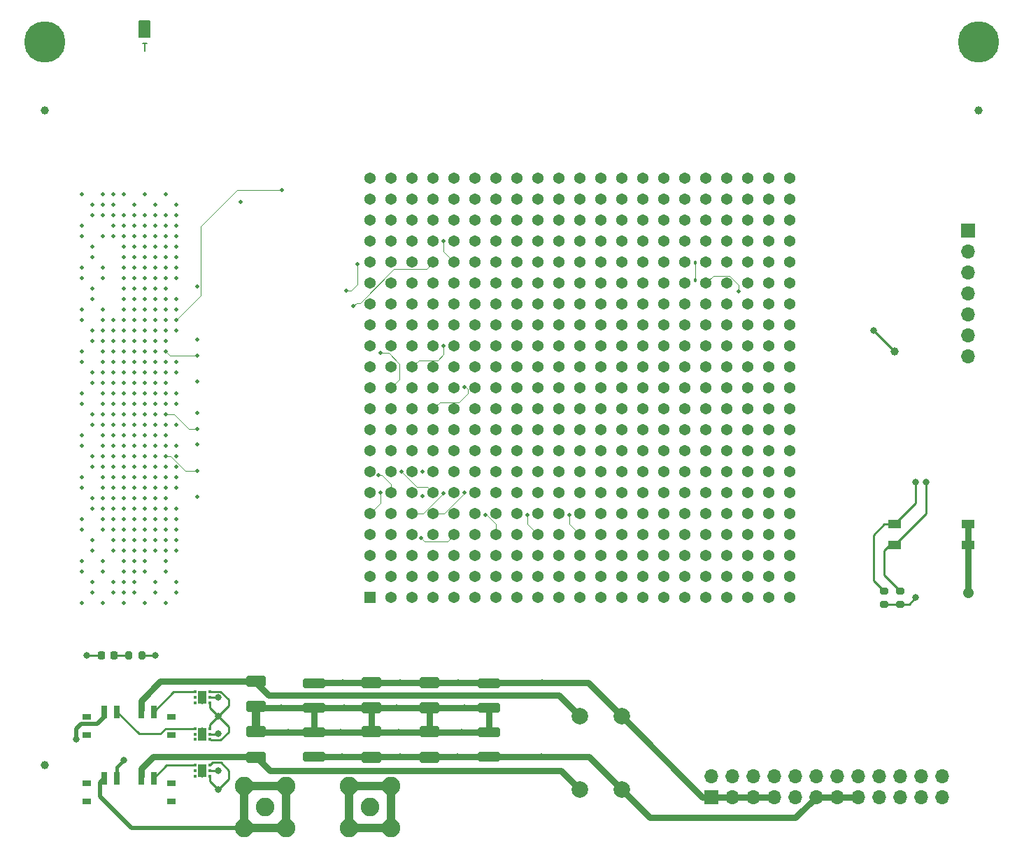
<source format=gbr>
%TF.GenerationSoftware,KiCad,Pcbnew,(6.0.9-0)*%
%TF.CreationDate,2022-12-19T14:05:16-05:00*%
%TF.ProjectId,ember-pcb,656d6265-722d-4706-9362-2e6b69636164,rev?*%
%TF.SameCoordinates,Original*%
%TF.FileFunction,Copper,L1,Top*%
%TF.FilePolarity,Positive*%
%FSLAX46Y46*%
G04 Gerber Fmt 4.6, Leading zero omitted, Abs format (unit mm)*
G04 Created by KiCad (PCBNEW (6.0.9-0)) date 2022-12-19 14:05:16*
%MOMM*%
%LPD*%
G01*
G04 APERTURE LIST*
G04 Aperture macros list*
%AMRoundRect*
0 Rectangle with rounded corners*
0 $1 Rounding radius*
0 $2 $3 $4 $5 $6 $7 $8 $9 X,Y pos of 4 corners*
0 Add a 4 corners polygon primitive as box body*
4,1,4,$2,$3,$4,$5,$6,$7,$8,$9,$2,$3,0*
0 Add four circle primitives for the rounded corners*
1,1,$1+$1,$2,$3*
1,1,$1+$1,$4,$5*
1,1,$1+$1,$6,$7*
1,1,$1+$1,$8,$9*
0 Add four rect primitives between the rounded corners*
20,1,$1+$1,$2,$3,$4,$5,0*
20,1,$1+$1,$4,$5,$6,$7,0*
20,1,$1+$1,$6,$7,$8,$9,0*
20,1,$1+$1,$8,$9,$2,$3,0*%
G04 Aperture macros list end*
%TA.AperFunction,NonConductor*%
%ADD10C,0.200000*%
%TD*%
%ADD11C,0.150000*%
%TA.AperFunction,NonConductor*%
%ADD12C,0.150000*%
%TD*%
%TA.AperFunction,SMDPad,CuDef*%
%ADD13C,1.000000*%
%TD*%
%TA.AperFunction,SMDPad,CuDef*%
%ADD14RoundRect,0.200000X-0.275000X0.200000X-0.275000X-0.200000X0.275000X-0.200000X0.275000X0.200000X0*%
%TD*%
%TA.AperFunction,SMDPad,CuDef*%
%ADD15R,1.000000X0.800000*%
%TD*%
%TA.AperFunction,SMDPad,CuDef*%
%ADD16R,0.700000X1.500000*%
%TD*%
%TA.AperFunction,ComponentPad*%
%ADD17C,5.000000*%
%TD*%
%TA.AperFunction,SMDPad,CuDef*%
%ADD18RoundRect,0.250000X0.925000X-0.412500X0.925000X0.412500X-0.925000X0.412500X-0.925000X-0.412500X0*%
%TD*%
%TA.AperFunction,ComponentPad*%
%ADD19R,1.700000X1.700000*%
%TD*%
%TA.AperFunction,ComponentPad*%
%ADD20O,1.700000X1.700000*%
%TD*%
%TA.AperFunction,ComponentPad*%
%ADD21C,2.000000*%
%TD*%
%TA.AperFunction,SMDPad,CuDef*%
%ADD22RoundRect,0.250000X-0.925000X0.412500X-0.925000X-0.412500X0.925000X-0.412500X0.925000X0.412500X0*%
%TD*%
%TA.AperFunction,ComponentPad*%
%ADD23C,2.250000*%
%TD*%
%TA.AperFunction,SMDPad,CuDef*%
%ADD24RoundRect,0.200000X-0.200000X-0.275000X0.200000X-0.275000X0.200000X0.275000X-0.200000X0.275000X0*%
%TD*%
%TA.AperFunction,SMDPad,CuDef*%
%ADD25RoundRect,0.250000X-1.100000X0.325000X-1.100000X-0.325000X1.100000X-0.325000X1.100000X0.325000X0*%
%TD*%
%TA.AperFunction,SMDPad,CuDef*%
%ADD26RoundRect,0.093750X-0.093750X-0.106250X0.093750X-0.106250X0.093750X0.106250X-0.093750X0.106250X0*%
%TD*%
%TA.AperFunction,SMDPad,CuDef*%
%ADD27R,1.000000X1.600000*%
%TD*%
%TA.AperFunction,ComponentPad*%
%ADD28C,0.500000*%
%TD*%
%TA.AperFunction,SMDPad,CuDef*%
%ADD29RoundRect,0.250000X1.100000X-0.325000X1.100000X0.325000X-1.100000X0.325000X-1.100000X-0.325000X0*%
%TD*%
%TA.AperFunction,SMDPad,CuDef*%
%ADD30RoundRect,0.218750X-0.218750X-0.256250X0.218750X-0.256250X0.218750X0.256250X-0.218750X0.256250X0*%
%TD*%
%TA.AperFunction,ComponentPad*%
%ADD31R,1.368000X1.368000*%
%TD*%
%TA.AperFunction,ComponentPad*%
%ADD32C,1.368000*%
%TD*%
%TA.AperFunction,SMDPad,CuDef*%
%ADD33R,1.500000X1.100000*%
%TD*%
%TA.AperFunction,ViaPad*%
%ADD34C,0.800000*%
%TD*%
%TA.AperFunction,ViaPad*%
%ADD35C,0.508000*%
%TD*%
%TA.AperFunction,ViaPad*%
%ADD36C,0.457200*%
%TD*%
%TA.AperFunction,Conductor*%
%ADD37C,0.762000*%
%TD*%
%TA.AperFunction,Conductor*%
%ADD38C,0.250000*%
%TD*%
%TA.AperFunction,Conductor*%
%ADD39C,1.016000*%
%TD*%
%TA.AperFunction,Conductor*%
%ADD40C,0.508000*%
%TD*%
%TA.AperFunction,Conductor*%
%ADD41C,0.381000*%
%TD*%
%TA.AperFunction,Conductor*%
%ADD42C,0.101600*%
%TD*%
%TA.AperFunction,Conductor*%
%ADD43C,1.270000*%
%TD*%
G04 APERTURE END LIST*
D10*
X83850000Y-48470000D02*
X85120000Y-48470000D01*
X85120000Y-48470000D02*
X85120000Y-50375000D01*
X85120000Y-50375000D02*
X83850000Y-50375000D01*
X83850000Y-50375000D02*
X83850000Y-48470000D01*
G36*
X83850000Y-48470000D02*
G01*
X85120000Y-48470000D01*
X85120000Y-50375000D01*
X83850000Y-50375000D01*
X83850000Y-48470000D01*
G37*
D11*
D12*
X84199285Y-51097380D02*
X84770714Y-51097380D01*
X84485000Y-52097380D02*
X84485000Y-51097380D01*
D13*
%TO.P,FID3,*%
%TO.N,*%
X72420000Y-138640000D03*
%TD*%
%TO.P,FID2,*%
%TO.N,*%
X185450000Y-59265000D03*
%TD*%
%TO.P,FID1,*%
%TO.N,*%
X72420000Y-59265000D03*
%TD*%
D14*
%TO.P,R2,1*%
%TO.N,/man*%
X174020000Y-117495000D03*
%TO.P,R2,2*%
%TO.N,GND*%
X174020000Y-119145000D03*
%TD*%
D15*
%TO.P,SW2,*%
%TO.N,*%
X87735000Y-143030000D03*
X77435000Y-143030000D03*
X87735000Y-140820000D03*
X77435000Y-140820000D03*
D16*
%TO.P,SW2,1,1*%
%TO.N,Net-(J5-Pad2)*%
X79585000Y-140170000D03*
%TO.P,SW2,2,2*%
%TO.N,+3.3V*%
X81085000Y-140170000D03*
%TO.P,SW2,3,3*%
%TO.N,Net-(C6-Pad1)*%
X84085000Y-140170000D03*
%TO.P,SW2,4,4*%
%TO.N,Net-(SW2-Pad4)*%
X85585000Y-140170000D03*
%TD*%
D13*
%TO.P,TP1,1,1*%
%TO.N,/heartbeat*%
X175290000Y-88475000D03*
%TD*%
D17*
%TO.P,H1,1,1*%
%TO.N,GND*%
X72420000Y-51010000D03*
%TD*%
D18*
%TO.P,C8,1*%
%TO.N,/io_pwr*%
X111940000Y-137632500D03*
%TO.P,C8,2*%
%TO.N,GND*%
X111940000Y-134557500D03*
%TD*%
D19*
%TO.P,J3,1,Pin_1*%
%TO.N,/core_pwr*%
X153060000Y-142455000D03*
D20*
%TO.P,J3,2,Pin_2*%
%TO.N,/vdd_fsm*%
X153060000Y-139915000D03*
%TO.P,J3,3,Pin_3*%
%TO.N,/core_pwr*%
X155600000Y-142455000D03*
%TO.P,J3,4,Pin_4*%
%TO.N,/vdd*%
X155600000Y-139915000D03*
%TO.P,J3,5,Pin_5*%
%TO.N,/core_pwr*%
X158140000Y-142455000D03*
%TO.P,J3,6,Pin_6*%
%TO.N,/vdd_dac*%
X158140000Y-139915000D03*
%TO.P,J3,7,Pin_7*%
%TO.N,/core_pwr*%
X160680000Y-142455000D03*
%TO.P,J3,8,Pin_8*%
%TO.N,/vsa*%
X160680000Y-139915000D03*
%TO.P,J3,9,Pin_9*%
%TO.N,unconnected-(J3-Pad9)*%
X163220000Y-142455000D03*
%TO.P,J3,10,Pin_10*%
%TO.N,unconnected-(J3-Pad10)*%
X163220000Y-139915000D03*
%TO.P,J3,11,Pin_11*%
%TO.N,/io_pwr*%
X165760000Y-142455000D03*
%TO.P,J3,12,Pin_12*%
%TO.N,/vddio_fsm*%
X165760000Y-139915000D03*
%TO.P,J3,13,Pin_13*%
%TO.N,/io_pwr*%
X168300000Y-142455000D03*
%TO.P,J3,14,Pin_14*%
%TO.N,/vddio*%
X168300000Y-139915000D03*
%TO.P,J3,15,Pin_15*%
%TO.N,/io_pwr*%
X170840000Y-142455000D03*
%TO.P,J3,16,Pin_16*%
%TO.N,/vddio_dac*%
X170840000Y-139915000D03*
%TO.P,J3,17,Pin_17*%
%TO.N,unconnected-(J3-Pad17)*%
X173380000Y-142455000D03*
%TO.P,J3,18,Pin_18*%
%TO.N,unconnected-(J3-Pad18)*%
X173380000Y-139915000D03*
%TO.P,J3,19,Pin_19*%
%TO.N,GND*%
X175920000Y-142455000D03*
%TO.P,J3,20,Pin_20*%
X175920000Y-139915000D03*
%TO.P,J3,21,Pin_21*%
X178460000Y-142455000D03*
%TO.P,J3,22,Pin_22*%
X178460000Y-139915000D03*
%TO.P,J3,23,Pin_23*%
X181000000Y-142455000D03*
%TO.P,J3,24,Pin_24*%
X181000000Y-139915000D03*
%TD*%
D21*
%TO.P,FB1,1*%
%TO.N,Net-(C1-Pad1)*%
X137165000Y-132710000D03*
%TO.P,FB1,2*%
%TO.N,/core_pwr*%
X142245000Y-132710000D03*
%TD*%
D19*
%TO.P,J4,1,Pin_1*%
%TO.N,/wl_source_pin*%
X184180000Y-73865000D03*
D20*
%TO.P,J4,2,Pin_2*%
%TO.N,/bl_source_pin*%
X184180000Y-76405000D03*
%TO.P,J4,3,Pin_3*%
%TO.N,/sl_source_pin*%
X184180000Y-78945000D03*
%TO.P,J4,4,Pin_4*%
%TO.N,/iref_test*%
X184180000Y-81485000D03*
%TO.P,J4,5,Pin_5*%
%TO.N,/vdd_test*%
X184180000Y-84025000D03*
%TO.P,J4,6,Pin_6*%
%TO.N,unconnected-(J4-Pad6)*%
X184180000Y-86565000D03*
%TO.P,J4,7,Pin_7*%
%TO.N,GND*%
X184180000Y-89105000D03*
%TD*%
D21*
%TO.P,FB2,1*%
%TO.N,Net-(C6-Pad1)*%
X137165000Y-141600000D03*
%TO.P,FB2,2*%
%TO.N,/io_pwr*%
X142245000Y-141600000D03*
%TD*%
D22*
%TO.P,C3,1*%
%TO.N,/core_pwr*%
X111940000Y-128612500D03*
%TO.P,C3,2*%
%TO.N,GND*%
X111940000Y-131687500D03*
%TD*%
D23*
%TO.P,J5,1,In*%
%TO.N,GND*%
X99065000Y-143720000D03*
%TO.P,J5,2,Ext*%
%TO.N,Net-(J5-Pad2)*%
X101605000Y-146260000D03*
X96525000Y-141180000D03*
X96525000Y-146260000D03*
X101605000Y-141180000D03*
%TD*%
D22*
%TO.P,C1,1*%
%TO.N,Net-(C1-Pad1)*%
X97970000Y-128437500D03*
%TO.P,C1,2*%
%TO.N,GND*%
X97970000Y-131512500D03*
%TD*%
D24*
%TO.P,R1,1*%
%TO.N,Net-(D1-Pad2)*%
X82532742Y-125305000D03*
%TO.P,R1,2*%
%TO.N,Net-(J1-PadD1)*%
X84182742Y-125305000D03*
%TD*%
D18*
%TO.P,C6,1*%
%TO.N,Net-(C6-Pad1)*%
X97965000Y-137632500D03*
%TO.P,C6,2*%
%TO.N,GND*%
X97965000Y-134557500D03*
%TD*%
D25*
%TO.P,C2,1*%
%TO.N,/core_pwr*%
X104955000Y-128675000D03*
%TO.P,C2,2*%
%TO.N,GND*%
X104955000Y-131625000D03*
%TD*%
%TO.P,C5,1*%
%TO.N,/core_pwr*%
X126140000Y-128675000D03*
%TO.P,C5,2*%
%TO.N,GND*%
X126140000Y-131625000D03*
%TD*%
D22*
%TO.P,C4,1*%
%TO.N,/core_pwr*%
X118925000Y-128612500D03*
%TO.P,C4,2*%
%TO.N,GND*%
X118925000Y-131687500D03*
%TD*%
D18*
%TO.P,C9,1*%
%TO.N,/io_pwr*%
X118925000Y-137632500D03*
%TO.P,C9,2*%
%TO.N,GND*%
X118925000Y-134557500D03*
%TD*%
D26*
%TO.P,U4,1,OUT*%
%TO.N,Net-(SW2-Pad4)*%
X90587500Y-138635000D03*
%TO.P,U4,2,NC*%
%TO.N,unconnected-(U4-Pad2)*%
X90587500Y-139285000D03*
%TO.P,U4,3,PG*%
%TO.N,unconnected-(U4-Pad3)*%
X90587500Y-139935000D03*
%TO.P,U4,4,EN*%
%TO.N,+3.3V*%
X92362500Y-139935000D03*
%TO.P,U4,5,GND*%
%TO.N,GND*%
X92362500Y-139285000D03*
%TO.P,U4,6,IN*%
%TO.N,+3.3V*%
X92362500Y-138635000D03*
D27*
%TO.P,U4,7,EP*%
%TO.N,GND*%
X91475000Y-139285000D03*
D28*
X91475000Y-139835000D03*
X91475000Y-138735000D03*
%TD*%
D29*
%TO.P,C10,1*%
%TO.N,/io_pwr*%
X126140000Y-137570000D03*
%TO.P,C10,2*%
%TO.N,GND*%
X126140000Y-134620000D03*
%TD*%
D14*
%TO.P,R3,1*%
%TO.N,/byp*%
X175925000Y-117495000D03*
%TO.P,R3,2*%
%TO.N,GND*%
X175925000Y-119145000D03*
%TD*%
D15*
%TO.P,SW1,*%
%TO.N,*%
X77435000Y-134985000D03*
X77435000Y-132775000D03*
X87735000Y-134985000D03*
X87735000Y-132775000D03*
D16*
%TO.P,SW1,1,1*%
%TO.N,Net-(J2-Pad2)*%
X79585000Y-132125000D03*
%TO.P,SW1,2,2*%
%TO.N,Net-(SW1-Pad2)*%
X81085000Y-132125000D03*
%TO.P,SW1,3,3*%
%TO.N,Net-(C1-Pad1)*%
X84085000Y-132125000D03*
%TO.P,SW1,4,4*%
%TO.N,Net-(SW1-Pad4)*%
X85585000Y-132125000D03*
%TD*%
D23*
%TO.P,J2,1,In*%
%TO.N,GND*%
X111765000Y-143720000D03*
%TO.P,J2,2,Ext*%
%TO.N,Net-(J2-Pad2)*%
X114305000Y-141180000D03*
X114305000Y-146260000D03*
X109225000Y-141180000D03*
X109225000Y-146260000D03*
%TD*%
D30*
%TO.P,D1,1,K*%
%TO.N,GND*%
X79205242Y-125305000D03*
%TO.P,D1,2,A*%
%TO.N,Net-(D1-Pad2)*%
X80780242Y-125305000D03*
%TD*%
D31*
%TO.P,U1,A1,vss*%
%TO.N,GND*%
X111790000Y-118320000D03*
D32*
%TO.P,U1,A2,di_36*%
%TO.N,/di_36*%
X114330000Y-118320000D03*
%TO.P,U1,A3,vddio_dac*%
%TO.N,/vddio_dac*%
X116870000Y-118320000D03*
%TO.P,U1,A4,iref_test*%
%TO.N,/iref_test*%
X119410000Y-118320000D03*
%TO.P,U1,A5,vdd_fsm*%
%TO.N,/vdd_fsm*%
X121950000Y-118320000D03*
%TO.P,U1,A6,vss*%
%TO.N,GND*%
X124490000Y-118320000D03*
%TO.P,U1,A7,di_47*%
%TO.N,/di_47*%
X127030000Y-118320000D03*
%TO.P,U1,A8,vdd_dac*%
%TO.N,/vdd_dac*%
X129570000Y-118320000D03*
%TO.P,U1,A9,vddio_dac*%
%TO.N,/vddio_dac*%
X132110000Y-118320000D03*
%TO.P,U1,A10,vddio*%
%TO.N,/vddio*%
X134650000Y-118320000D03*
%TO.P,U1,A11,vsa*%
%TO.N,/vsa*%
X137190000Y-118320000D03*
%TO.P,U1,A12,read_ref_4*%
%TO.N,/read_ref_4*%
X139730000Y-118320000D03*
%TO.P,U1,A13,rram_addr_0*%
%TO.N,/rram_addr_0*%
X142270000Y-118320000D03*
%TO.P,U1,A14,rram_addr_2*%
%TO.N,/rram_addr_2*%
X144810000Y-118320000D03*
%TO.P,U1,A15,vss*%
%TO.N,GND*%
X147350000Y-118320000D03*
%TO.P,U1,A16,vdd_fsm*%
%TO.N,/vdd_fsm*%
X149890000Y-118320000D03*
%TO.P,U1,A17,rram_addr_10*%
%TO.N,/rram_addr_10*%
X152430000Y-118320000D03*
%TO.P,U1,A18,vddio_dac*%
%TO.N,/vddio_dac*%
X154970000Y-118320000D03*
%TO.P,U1,A19,vss*%
%TO.N,GND*%
X157510000Y-118320000D03*
%TO.P,U1,A20,vss*%
X160050000Y-118320000D03*
%TO.P,U1,A21*%
%TO.N,unconnected-(U1-PadA21)*%
X162590000Y-118320000D03*
%TO.P,U1,B1,vddio*%
%TO.N,/vddio*%
X111790000Y-115780000D03*
%TO.P,U1,B2,di_34*%
%TO.N,/di_34*%
X114330000Y-115780000D03*
%TO.P,U1,B3,vddio_fsm*%
%TO.N,/vddio_fsm*%
X116870000Y-115780000D03*
%TO.P,U1,B4,vddio*%
%TO.N,/vddio*%
X119410000Y-115780000D03*
%TO.P,U1,B5,vdd*%
%TO.N,/vdd*%
X121950000Y-115780000D03*
%TO.P,U1,B6,vdd_test*%
%TO.N,/vdd_test*%
X124490000Y-115780000D03*
%TO.P,U1,B7,vddio_fsm*%
%TO.N,/vddio_fsm*%
X127030000Y-115780000D03*
%TO.P,U1,B8,vss*%
%TO.N,GND*%
X129570000Y-115780000D03*
%TO.P,U1,B9,sa_en*%
%TO.N,/sa_en*%
X132110000Y-115780000D03*
%TO.P,U1,B10,read_ref_1*%
%TO.N,/read_ref_1*%
X134650000Y-115780000D03*
%TO.P,U1,B11,read_ref_2*%
%TO.N,/read_ref_2*%
X137190000Y-115780000D03*
%TO.P,U1,B12,rram_addr_1*%
%TO.N,/rram_addr_1*%
X139730000Y-115780000D03*
%TO.P,U1,B13,vddio_fsm*%
%TO.N,/vddio_fsm*%
X142270000Y-115780000D03*
%TO.P,U1,B14,rram_addr_6*%
%TO.N,/rram_addr_6*%
X144810000Y-115780000D03*
%TO.P,U1,B15,vdd*%
%TO.N,/vdd*%
X147350000Y-115780000D03*
%TO.P,U1,B16,vddio*%
%TO.N,/vddio*%
X149890000Y-115780000D03*
%TO.P,U1,B17,vddio_fsm*%
%TO.N,/vddio_fsm*%
X152430000Y-115780000D03*
%TO.P,U1,B18,sl_en*%
%TO.N,/sl_en*%
X154970000Y-115780000D03*
%TO.P,U1,B19,read_dac_config_0*%
%TO.N,/read_dac_config_0*%
X157510000Y-115780000D03*
%TO.P,U1,B20,vdd_dac*%
%TO.N,/vdd_dac*%
X160050000Y-115780000D03*
%TO.P,U1,B21*%
%TO.N,unconnected-(U1-PadB21)*%
X162590000Y-115780000D03*
%TO.P,U1,C1,vddio_fsm*%
%TO.N,/vddio_fsm*%
X111790000Y-113240000D03*
%TO.P,U1,C2,vdd_dac*%
%TO.N,/vdd_dac*%
X114330000Y-113240000D03*
%TO.P,U1,C3,vss*%
%TO.N,GND*%
X116870000Y-113240000D03*
%TO.P,U1,C4,di_37*%
%TO.N,/di_37*%
X119410000Y-113240000D03*
%TO.P,U1,C5,di_39*%
%TO.N,/di_39*%
X121950000Y-113240000D03*
%TO.P,U1,C6,di_41*%
%TO.N,/di_41*%
X124490000Y-113240000D03*
%TO.P,U1,C7,di_42*%
%TO.N,/di_42*%
X127030000Y-113240000D03*
%TO.P,U1,C8,di_44*%
%TO.N,/di_44*%
X129570000Y-113240000D03*
%TO.P,U1,C9,di_45*%
%TO.N,/di_45*%
X132110000Y-113240000D03*
%TO.P,U1,C10,set_rst*%
%TO.N,/set_rst*%
X134650000Y-113240000D03*
%TO.P,U1,C11,read_ref_5*%
%TO.N,/read_ref_5*%
X137190000Y-113240000D03*
%TO.P,U1,C12,rram_addr_4*%
%TO.N,/rram_addr_4*%
X139730000Y-113240000D03*
%TO.P,U1,C13,rram_addr_5*%
%TO.N,/rram_addr_5*%
X142270000Y-113240000D03*
%TO.P,U1,C14,rram_addr_8*%
%TO.N,/rram_addr_8*%
X144810000Y-113240000D03*
%TO.P,U1,C15,rram_addr_11*%
%TO.N,/rram_addr_11*%
X147350000Y-113240000D03*
%TO.P,U1,C16,rram_addr_13*%
%TO.N,/rram_addr_13*%
X149890000Y-113240000D03*
%TO.P,U1,C17,rram_addr_15*%
%TO.N,/rram_addr_15*%
X152430000Y-113240000D03*
%TO.P,U1,C18,vss*%
%TO.N,GND*%
X154970000Y-113240000D03*
%TO.P,U1,C19,vddio*%
%TO.N,/vddio*%
X157510000Y-113240000D03*
%TO.P,U1,C20,vdd*%
%TO.N,/vdd*%
X160050000Y-113240000D03*
%TO.P,U1,C21*%
%TO.N,unconnected-(U1-PadC21)*%
X162590000Y-113240000D03*
%TO.P,U1,D1,di_27*%
%TO.N,/di_27*%
X111790000Y-110700000D03*
%TO.P,U1,D2,vdd*%
%TO.N,/vdd*%
X114330000Y-110700000D03*
%TO.P,U1,D3,di_32*%
%TO.N,/di_32*%
X116870000Y-110700000D03*
%TO.P,U1,D4,di_33*%
%TO.N,/di_33*%
X119410000Y-110700000D03*
%TO.P,U1,D5,di_35*%
%TO.N,/di_35*%
X121950000Y-110700000D03*
%TO.P,U1,D6,di_38*%
%TO.N,/di_38*%
X124490000Y-110700000D03*
%TO.P,U1,D7,di_40*%
%TO.N,/di_40*%
X127030000Y-110700000D03*
%TO.P,U1,D8,di_43*%
%TO.N,/di_43*%
X129570000Y-110700000D03*
%TO.P,U1,D9,di_46*%
%TO.N,/di_46*%
X132110000Y-110700000D03*
%TO.P,U1,D10,read_ref_0*%
%TO.N,/read_ref_0*%
X134650000Y-110700000D03*
%TO.P,U1,D11,read_ref_3*%
%TO.N,/read_ref_3*%
X137190000Y-110700000D03*
%TO.P,U1,D12,rram_addr_3*%
%TO.N,/rram_addr_3*%
X139730000Y-110700000D03*
%TO.P,U1,D13,rram_addr_7*%
%TO.N,/rram_addr_7*%
X142270000Y-110700000D03*
%TO.P,U1,D14,rram_addr_9*%
%TO.N,/rram_addr_9*%
X144810000Y-110700000D03*
%TO.P,U1,D15,rram_addr_12*%
%TO.N,/rram_addr_12*%
X147350000Y-110700000D03*
%TO.P,U1,D16,rram_addr_14*%
%TO.N,/rram_addr_14*%
X149890000Y-110700000D03*
%TO.P,U1,D17,we*%
%TO.N,/we*%
X152430000Y-110700000D03*
%TO.P,U1,D18,read_dac_config_2*%
%TO.N,/read_dac_config_2*%
X154970000Y-110700000D03*
%TO.P,U1,D19,vddio_fsm*%
%TO.N,/vddio_fsm*%
X157510000Y-110700000D03*
%TO.P,U1,D20,vddio_dac*%
%TO.N,/vddio_dac*%
X160050000Y-110700000D03*
%TO.P,U1,D21*%
%TO.N,unconnected-(U1-PadD21)*%
X162590000Y-110700000D03*
%TO.P,U1,E1,di_23*%
%TO.N,/di_23*%
X111790000Y-108160000D03*
%TO.P,U1,E2,vddio_dac*%
%TO.N,/vddio_dac*%
X114330000Y-108160000D03*
%TO.P,U1,E3,di_30*%
%TO.N,/di_30*%
X116870000Y-108160000D03*
%TO.P,U1,E4,di_31*%
%TO.N,/di_31*%
X119410000Y-108160000D03*
%TO.P,U1,E5*%
%TO.N,unconnected-(U1-PadE5)*%
X121950000Y-108160000D03*
%TO.P,U1,E6*%
%TO.N,unconnected-(U1-PadE6)*%
X124490000Y-108160000D03*
%TO.P,U1,E7*%
%TO.N,unconnected-(U1-PadE7)*%
X127030000Y-108160000D03*
%TO.P,U1,E8*%
%TO.N,unconnected-(U1-PadE8)*%
X129570000Y-108160000D03*
%TO.P,U1,E9*%
%TO.N,unconnected-(U1-PadE9)*%
X132110000Y-108160000D03*
%TO.P,U1,E10*%
%TO.N,unconnected-(U1-PadE10)*%
X134650000Y-108160000D03*
%TO.P,U1,E11*%
%TO.N,unconnected-(U1-PadE11)*%
X137190000Y-108160000D03*
%TO.P,U1,E12*%
%TO.N,unconnected-(U1-PadE12)*%
X139730000Y-108160000D03*
%TO.P,U1,E13*%
%TO.N,unconnected-(U1-PadE13)*%
X142270000Y-108160000D03*
%TO.P,U1,E14*%
%TO.N,unconnected-(U1-PadE14)*%
X144810000Y-108160000D03*
%TO.P,U1,E15*%
%TO.N,unconnected-(U1-PadE15)*%
X147350000Y-108160000D03*
%TO.P,U1,E16*%
%TO.N,unconnected-(U1-PadE16)*%
X149890000Y-108160000D03*
%TO.P,U1,E17,read_dac_config_1*%
%TO.N,/read_dac_config_1*%
X152430000Y-108160000D03*
%TO.P,U1,E18,wl_dac_config_0*%
%TO.N,/wl_dac_config_0*%
X154970000Y-108160000D03*
%TO.P,U1,E19,wl_dac_config_3*%
%TO.N,/wl_dac_config_3*%
X157510000Y-108160000D03*
%TO.P,U1,E20,wl_dac_config_5*%
%TO.N,/wl_dac_config_5*%
X160050000Y-108160000D03*
%TO.P,U1,E21*%
%TO.N,unconnected-(U1-PadE21)*%
X162590000Y-108160000D03*
%TO.P,U1,F1,vddio_fsm*%
%TO.N,/vddio_fsm*%
X111790000Y-105620000D03*
%TO.P,U1,F2,di_25*%
%TO.N,/di_25*%
X114330000Y-105620000D03*
%TO.P,U1,F3,di_28*%
%TO.N,/di_28*%
X116870000Y-105620000D03*
%TO.P,U1,F4,di_29*%
%TO.N,/di_29*%
X119410000Y-105620000D03*
%TO.P,U1,F5*%
%TO.N,unconnected-(U1-PadF5)*%
X121950000Y-105620000D03*
%TO.P,U1,F6*%
%TO.N,unconnected-(U1-PadF6)*%
X124490000Y-105620000D03*
%TO.P,U1,F7*%
%TO.N,unconnected-(U1-PadF7)*%
X127030000Y-105620000D03*
%TO.P,U1,F8*%
%TO.N,unconnected-(U1-PadF8)*%
X129570000Y-105620000D03*
%TO.P,U1,F9*%
%TO.N,unconnected-(U1-PadF9)*%
X132110000Y-105620000D03*
%TO.P,U1,F10*%
%TO.N,unconnected-(U1-PadF10)*%
X134650000Y-105620000D03*
%TO.P,U1,F11*%
%TO.N,unconnected-(U1-PadF11)*%
X137190000Y-105620000D03*
%TO.P,U1,F12*%
%TO.N,unconnected-(U1-PadF12)*%
X139730000Y-105620000D03*
%TO.P,U1,F13*%
%TO.N,unconnected-(U1-PadF13)*%
X142270000Y-105620000D03*
%TO.P,U1,F14*%
%TO.N,unconnected-(U1-PadF14)*%
X144810000Y-105620000D03*
%TO.P,U1,F15*%
%TO.N,unconnected-(U1-PadF15)*%
X147350000Y-105620000D03*
%TO.P,U1,F16*%
%TO.N,unconnected-(U1-PadF16)*%
X149890000Y-105620000D03*
%TO.P,U1,F17,read_dac_config_3*%
%TO.N,/read_dac_config_3*%
X152430000Y-105620000D03*
%TO.P,U1,F18,wl_dac_config_2*%
%TO.N,/wl_dac_config_2*%
X154970000Y-105620000D03*
%TO.P,U1,F19,wl_dac_config_7*%
%TO.N,/wl_dac_config_7*%
X157510000Y-105620000D03*
%TO.P,U1,F20,vdd_fsm*%
%TO.N,/vdd_fsm*%
X160050000Y-105620000D03*
%TO.P,U1,F21*%
%TO.N,unconnected-(U1-PadF21)*%
X162590000Y-105620000D03*
%TO.P,U1,G1,di_18*%
%TO.N,/di_18*%
X111790000Y-103080000D03*
%TO.P,U1,G2,vdd_fsm*%
%TO.N,/vdd_fsm*%
X114330000Y-103080000D03*
%TO.P,U1,G3,di_24*%
%TO.N,/di_24*%
X116870000Y-103080000D03*
%TO.P,U1,G4,di_26*%
%TO.N,/di_26*%
X119410000Y-103080000D03*
%TO.P,U1,G5*%
%TO.N,unconnected-(U1-PadG5)*%
X121950000Y-103080000D03*
%TO.P,U1,G6*%
%TO.N,unconnected-(U1-PadG6)*%
X124490000Y-103080000D03*
%TO.P,U1,G7*%
%TO.N,unconnected-(U1-PadG7)*%
X127030000Y-103080000D03*
%TO.P,U1,G8*%
%TO.N,unconnected-(U1-PadG8)*%
X129570000Y-103080000D03*
%TO.P,U1,G9*%
%TO.N,unconnected-(U1-PadG9)*%
X132110000Y-103080000D03*
%TO.P,U1,G10*%
%TO.N,unconnected-(U1-PadG10)*%
X134650000Y-103080000D03*
%TO.P,U1,G11*%
%TO.N,unconnected-(U1-PadG11)*%
X137190000Y-103080000D03*
%TO.P,U1,G12*%
%TO.N,unconnected-(U1-PadG12)*%
X139730000Y-103080000D03*
%TO.P,U1,G13*%
%TO.N,unconnected-(U1-PadG13)*%
X142270000Y-103080000D03*
%TO.P,U1,G14*%
%TO.N,unconnected-(U1-PadG14)*%
X144810000Y-103080000D03*
%TO.P,U1,G15*%
%TO.N,unconnected-(U1-PadG15)*%
X147350000Y-103080000D03*
%TO.P,U1,G16*%
%TO.N,unconnected-(U1-PadG16)*%
X149890000Y-103080000D03*
%TO.P,U1,G17,wl_dac_config_1*%
%TO.N,/wl_dac_config_1*%
X152430000Y-103080000D03*
%TO.P,U1,G18,wl_dac_config_4*%
%TO.N,/wl_dac_config_4*%
X154970000Y-103080000D03*
%TO.P,U1,G19,vddio_fsm*%
%TO.N,/vddio_fsm*%
X157510000Y-103080000D03*
%TO.P,U1,G20,vss*%
%TO.N,GND*%
X160050000Y-103080000D03*
%TO.P,U1,G21*%
%TO.N,unconnected-(U1-PadG21)*%
X162590000Y-103080000D03*
%TO.P,U1,H1,di_16*%
%TO.N,/di_16*%
X111790000Y-100540000D03*
%TO.P,U1,H2,vss*%
%TO.N,GND*%
X114330000Y-100540000D03*
%TO.P,U1,H3,di_21*%
%TO.N,/di_21*%
X116870000Y-100540000D03*
%TO.P,U1,H4,di_22*%
%TO.N,/di_22*%
X119410000Y-100540000D03*
%TO.P,U1,H5*%
%TO.N,unconnected-(U1-PadH5)*%
X121950000Y-100540000D03*
%TO.P,U1,H6*%
%TO.N,unconnected-(U1-PadH6)*%
X124490000Y-100540000D03*
%TO.P,U1,H7*%
%TO.N,unconnected-(U1-PadH7)*%
X127030000Y-100540000D03*
%TO.P,U1,H8*%
%TO.N,unconnected-(U1-PadH8)*%
X129570000Y-100540000D03*
%TO.P,U1,H9*%
%TO.N,unconnected-(U1-PadH9)*%
X132110000Y-100540000D03*
%TO.P,U1,H10*%
%TO.N,unconnected-(U1-PadH10)*%
X134650000Y-100540000D03*
%TO.P,U1,H11*%
%TO.N,unconnected-(U1-PadH11)*%
X137190000Y-100540000D03*
%TO.P,U1,H12*%
%TO.N,unconnected-(U1-PadH12)*%
X139730000Y-100540000D03*
%TO.P,U1,H13*%
%TO.N,unconnected-(U1-PadH13)*%
X142270000Y-100540000D03*
%TO.P,U1,H14*%
%TO.N,unconnected-(U1-PadH14)*%
X144810000Y-100540000D03*
%TO.P,U1,H15*%
%TO.N,unconnected-(U1-PadH15)*%
X147350000Y-100540000D03*
%TO.P,U1,H16*%
%TO.N,unconnected-(U1-PadH16)*%
X149890000Y-100540000D03*
%TO.P,U1,H17,wl_dac_config_6*%
%TO.N,/wl_dac_config_6*%
X152430000Y-100540000D03*
%TO.P,U1,H18,wl_dac_en*%
%TO.N,/wl_dac_en*%
X154970000Y-100540000D03*
%TO.P,U1,H19,wl_source_pin*%
%TO.N,/wl_source_pin*%
X157510000Y-100540000D03*
%TO.P,U1,H20,sa_do_2*%
%TO.N,/sa_do_2*%
X160050000Y-100540000D03*
%TO.P,U1,H21*%
%TO.N,unconnected-(U1-PadH21)*%
X162590000Y-100540000D03*
%TO.P,U1,J1,di_14*%
%TO.N,/di_14*%
X111790000Y-98000000D03*
%TO.P,U1,J2,di_17*%
%TO.N,/di_17*%
X114330000Y-98000000D03*
%TO.P,U1,J3,di_20*%
%TO.N,/di_20*%
X116870000Y-98000000D03*
%TO.P,U1,J4,di_19*%
%TO.N,/di_19*%
X119410000Y-98000000D03*
%TO.P,U1,J5*%
%TO.N,unconnected-(U1-PadJ5)*%
X121950000Y-98000000D03*
%TO.P,U1,J6*%
%TO.N,unconnected-(U1-PadJ6)*%
X124490000Y-98000000D03*
%TO.P,U1,J7*%
%TO.N,unconnected-(U1-PadJ7)*%
X127030000Y-98000000D03*
%TO.P,U1,J8*%
%TO.N,unconnected-(U1-PadJ8)*%
X129570000Y-98000000D03*
%TO.P,U1,J9*%
%TO.N,unconnected-(U1-PadJ9)*%
X132110000Y-98000000D03*
%TO.P,U1,J10*%
%TO.N,unconnected-(U1-PadJ10)*%
X134650000Y-98000000D03*
%TO.P,U1,J11*%
%TO.N,unconnected-(U1-PadJ11)*%
X137190000Y-98000000D03*
%TO.P,U1,J12*%
%TO.N,unconnected-(U1-PadJ12)*%
X139730000Y-98000000D03*
%TO.P,U1,J13*%
%TO.N,unconnected-(U1-PadJ13)*%
X142270000Y-98000000D03*
%TO.P,U1,J14*%
%TO.N,unconnected-(U1-PadJ14)*%
X144810000Y-98000000D03*
%TO.P,U1,J15*%
%TO.N,unconnected-(U1-PadJ15)*%
X147350000Y-98000000D03*
%TO.P,U1,J16*%
%TO.N,unconnected-(U1-PadJ16)*%
X149890000Y-98000000D03*
%TO.P,U1,J17,bleed_en*%
%TO.N,/bleed_en*%
X152430000Y-98000000D03*
%TO.P,U1,J18,wl_en*%
%TO.N,/wl_en*%
X154970000Y-98000000D03*
%TO.P,U1,J19,sa_do_0*%
%TO.N,/sa_do_0*%
X157510000Y-98000000D03*
%TO.P,U1,J20,sa_do_4*%
%TO.N,/sa_do_4*%
X160050000Y-98000000D03*
%TO.P,U1,J21*%
%TO.N,unconnected-(U1-PadJ21)*%
X162590000Y-98000000D03*
%TO.P,U1,K1,vsa*%
%TO.N,/vsa*%
X111790000Y-95460000D03*
%TO.P,U1,K2,di_12*%
%TO.N,/di_12*%
X114330000Y-95460000D03*
%TO.P,U1,K3,di_15*%
%TO.N,/di_15*%
X116870000Y-95460000D03*
%TO.P,U1,K4,di_13*%
%TO.N,/di_13*%
X119410000Y-95460000D03*
%TO.P,U1,K5*%
%TO.N,unconnected-(U1-PadK5)*%
X121950000Y-95460000D03*
%TO.P,U1,K6*%
%TO.N,unconnected-(U1-PadK6)*%
X124490000Y-95460000D03*
%TO.P,U1,K7*%
%TO.N,unconnected-(U1-PadK7)*%
X127030000Y-95460000D03*
%TO.P,U1,K8*%
%TO.N,unconnected-(U1-PadK8)*%
X129570000Y-95460000D03*
%TO.P,U1,K9*%
%TO.N,unconnected-(U1-PadK9)*%
X132110000Y-95460000D03*
%TO.P,U1,K10*%
%TO.N,unconnected-(U1-PadK10)*%
X134650000Y-95460000D03*
%TO.P,U1,K11*%
%TO.N,unconnected-(U1-PadK11)*%
X137190000Y-95460000D03*
%TO.P,U1,K12*%
%TO.N,unconnected-(U1-PadK12)*%
X139730000Y-95460000D03*
%TO.P,U1,K13*%
%TO.N,unconnected-(U1-PadK13)*%
X142270000Y-95460000D03*
%TO.P,U1,K14*%
%TO.N,unconnected-(U1-PadK14)*%
X144810000Y-95460000D03*
%TO.P,U1,K15*%
%TO.N,unconnected-(U1-PadK15)*%
X147350000Y-95460000D03*
%TO.P,U1,K16*%
%TO.N,unconnected-(U1-PadK16)*%
X149890000Y-95460000D03*
%TO.P,U1,K17,sa_do_3*%
%TO.N,/sa_do_3*%
X152430000Y-95460000D03*
%TO.P,U1,K18,sa_do_1*%
%TO.N,/sa_do_1*%
X154970000Y-95460000D03*
%TO.P,U1,K19,sa_do_5*%
%TO.N,/sa_do_5*%
X157510000Y-95460000D03*
%TO.P,U1,K20,vsa*%
%TO.N,/vsa*%
X160050000Y-95460000D03*
%TO.P,U1,K21*%
%TO.N,unconnected-(U1-PadK21)*%
X162590000Y-95460000D03*
%TO.P,U1,L1,vdd*%
%TO.N,/vdd*%
X111790000Y-92920000D03*
%TO.P,U1,L2,di_11*%
%TO.N,/di_11*%
X114330000Y-92920000D03*
%TO.P,U1,L3,di_9*%
%TO.N,/di_9*%
X116870000Y-92920000D03*
%TO.P,U1,L4,di_10*%
%TO.N,/di_10*%
X119410000Y-92920000D03*
%TO.P,U1,L5*%
%TO.N,unconnected-(U1-PadL5)*%
X121950000Y-92920000D03*
%TO.P,U1,L6*%
%TO.N,unconnected-(U1-PadL6)*%
X124490000Y-92920000D03*
%TO.P,U1,L7*%
%TO.N,unconnected-(U1-PadL7)*%
X127030000Y-92920000D03*
%TO.P,U1,L8*%
%TO.N,unconnected-(U1-PadL8)*%
X129570000Y-92920000D03*
%TO.P,U1,L9*%
%TO.N,unconnected-(U1-PadL9)*%
X132110000Y-92920000D03*
%TO.P,U1,L10*%
%TO.N,unconnected-(U1-PadL10)*%
X134650000Y-92920000D03*
%TO.P,U1,L11*%
%TO.N,unconnected-(U1-PadL11)*%
X137190000Y-92920000D03*
%TO.P,U1,L12*%
%TO.N,unconnected-(U1-PadL12)*%
X139730000Y-92920000D03*
%TO.P,U1,L13*%
%TO.N,unconnected-(U1-PadL13)*%
X142270000Y-92920000D03*
%TO.P,U1,L14*%
%TO.N,unconnected-(U1-PadL14)*%
X144810000Y-92920000D03*
%TO.P,U1,L15*%
%TO.N,unconnected-(U1-PadL15)*%
X147350000Y-92920000D03*
%TO.P,U1,L16*%
%TO.N,unconnected-(U1-PadL16)*%
X149890000Y-92920000D03*
%TO.P,U1,L17,sa_do_7*%
%TO.N,/sa_do_7*%
X152430000Y-92920000D03*
%TO.P,U1,L18,sa_do_8*%
%TO.N,/sa_do_8*%
X154970000Y-92920000D03*
%TO.P,U1,L19,sa_do_6*%
%TO.N,/sa_do_6*%
X157510000Y-92920000D03*
%TO.P,U1,L20,vdd*%
%TO.N,/vdd*%
X160050000Y-92920000D03*
%TO.P,U1,L21*%
%TO.N,unconnected-(U1-PadL21)*%
X162590000Y-92920000D03*
%TO.P,U1,M1,vddio_dac*%
%TO.N,/vddio_dac*%
X111790000Y-90380000D03*
%TO.P,U1,M2,di_7*%
%TO.N,/di_7*%
X114330000Y-90380000D03*
%TO.P,U1,M3,di_5*%
%TO.N,/di_5*%
X116870000Y-90380000D03*
%TO.P,U1,M4,di_6*%
%TO.N,/di_6*%
X119410000Y-90380000D03*
%TO.P,U1,M5*%
%TO.N,unconnected-(U1-PadM5)*%
X121950000Y-90380000D03*
%TO.P,U1,M6*%
%TO.N,unconnected-(U1-PadM6)*%
X124490000Y-90380000D03*
%TO.P,U1,M7*%
%TO.N,unconnected-(U1-PadM7)*%
X127030000Y-90380000D03*
%TO.P,U1,M8*%
%TO.N,unconnected-(U1-PadM8)*%
X129570000Y-90380000D03*
%TO.P,U1,M9*%
%TO.N,unconnected-(U1-PadM9)*%
X132110000Y-90380000D03*
%TO.P,U1,M10*%
%TO.N,unconnected-(U1-PadM10)*%
X134650000Y-90380000D03*
%TO.P,U1,M11*%
%TO.N,unconnected-(U1-PadM11)*%
X137190000Y-90380000D03*
%TO.P,U1,M12*%
%TO.N,unconnected-(U1-PadM12)*%
X139730000Y-90380000D03*
%TO.P,U1,M13*%
%TO.N,unconnected-(U1-PadM13)*%
X142270000Y-90380000D03*
%TO.P,U1,M14*%
%TO.N,unconnected-(U1-PadM14)*%
X144810000Y-90380000D03*
%TO.P,U1,M15*%
%TO.N,unconnected-(U1-PadM15)*%
X147350000Y-90380000D03*
%TO.P,U1,M16*%
%TO.N,unconnected-(U1-PadM16)*%
X149890000Y-90380000D03*
%TO.P,U1,M17,sa_do_11*%
%TO.N,/sa_do_11*%
X152430000Y-90380000D03*
%TO.P,U1,M18,sa_do_12*%
%TO.N,/sa_do_12*%
X154970000Y-90380000D03*
%TO.P,U1,M19,sa_do_9*%
%TO.N,/sa_do_9*%
X157510000Y-90380000D03*
%TO.P,U1,M20,vddio_dac*%
%TO.N,/vddio_dac*%
X160050000Y-90380000D03*
%TO.P,U1,M21*%
%TO.N,unconnected-(U1-PadM21)*%
X162590000Y-90380000D03*
%TO.P,U1,N1,vddio*%
%TO.N,/vddio*%
X111790000Y-87840000D03*
%TO.P,U1,N2,di_8*%
%TO.N,/di_8*%
X114330000Y-87840000D03*
%TO.P,U1,N3,di_4*%
%TO.N,/di_4*%
X116870000Y-87840000D03*
%TO.P,U1,N4,di_2*%
%TO.N,/di_2*%
X119410000Y-87840000D03*
%TO.P,U1,N5*%
%TO.N,unconnected-(U1-PadN5)*%
X121950000Y-87840000D03*
%TO.P,U1,N6*%
%TO.N,unconnected-(U1-PadN6)*%
X124490000Y-87840000D03*
%TO.P,U1,N7*%
%TO.N,unconnected-(U1-PadN7)*%
X127030000Y-87840000D03*
%TO.P,U1,N8*%
%TO.N,unconnected-(U1-PadN8)*%
X129570000Y-87840000D03*
%TO.P,U1,N9*%
%TO.N,unconnected-(U1-PadN9)*%
X132110000Y-87840000D03*
%TO.P,U1,N10*%
%TO.N,unconnected-(U1-PadN10)*%
X134650000Y-87840000D03*
%TO.P,U1,N11*%
%TO.N,unconnected-(U1-PadN11)*%
X137190000Y-87840000D03*
%TO.P,U1,N12*%
%TO.N,unconnected-(U1-PadN12)*%
X139730000Y-87840000D03*
%TO.P,U1,N13*%
%TO.N,unconnected-(U1-PadN13)*%
X142270000Y-87840000D03*
%TO.P,U1,N14*%
%TO.N,unconnected-(U1-PadN14)*%
X144810000Y-87840000D03*
%TO.P,U1,N15*%
%TO.N,unconnected-(U1-PadN15)*%
X147350000Y-87840000D03*
%TO.P,U1,N16*%
%TO.N,unconnected-(U1-PadN16)*%
X149890000Y-87840000D03*
%TO.P,U1,N17,sa_do_14*%
%TO.N,/sa_do_14*%
X152430000Y-87840000D03*
%TO.P,U1,N18,sa_do_13*%
%TO.N,/sa_do_13*%
X154970000Y-87840000D03*
%TO.P,U1,N19,vss*%
%TO.N,GND*%
X157510000Y-87840000D03*
%TO.P,U1,N20,vddio*%
%TO.N,/vddio*%
X160050000Y-87840000D03*
%TO.P,U1,N21*%
%TO.N,unconnected-(U1-PadN21)*%
X162590000Y-87840000D03*
%TO.P,U1,P1,vss*%
%TO.N,GND*%
X111790000Y-85300000D03*
%TO.P,U1,P2,vddio_fsm*%
%TO.N,/vddio_fsm*%
X114330000Y-85300000D03*
%TO.P,U1,P3,di_0*%
%TO.N,/di_0*%
X116870000Y-85300000D03*
%TO.P,U1,P4,clamp_ref_5*%
%TO.N,/clamp_ref_5*%
X119410000Y-85300000D03*
%TO.P,U1,P5*%
%TO.N,unconnected-(U1-PadP5)*%
X121950000Y-85300000D03*
%TO.P,U1,P6*%
%TO.N,unconnected-(U1-PadP6)*%
X124490000Y-85300000D03*
%TO.P,U1,P7*%
%TO.N,unconnected-(U1-PadP7)*%
X127030000Y-85300000D03*
%TO.P,U1,P8*%
%TO.N,unconnected-(U1-PadP8)*%
X129570000Y-85300000D03*
%TO.P,U1,P9*%
%TO.N,unconnected-(U1-PadP9)*%
X132110000Y-85300000D03*
%TO.P,U1,P10*%
%TO.N,unconnected-(U1-PadP10)*%
X134650000Y-85300000D03*
%TO.P,U1,P11*%
%TO.N,unconnected-(U1-PadP11)*%
X137190000Y-85300000D03*
%TO.P,U1,P12*%
%TO.N,unconnected-(U1-PadP12)*%
X139730000Y-85300000D03*
%TO.P,U1,P13*%
%TO.N,unconnected-(U1-PadP13)*%
X142270000Y-85300000D03*
%TO.P,U1,P14*%
%TO.N,unconnected-(U1-PadP14)*%
X144810000Y-85300000D03*
%TO.P,U1,P15*%
%TO.N,unconnected-(U1-PadP15)*%
X147350000Y-85300000D03*
%TO.P,U1,P16*%
%TO.N,unconnected-(U1-PadP16)*%
X149890000Y-85300000D03*
%TO.P,U1,P17,sa_do_18*%
%TO.N,/sa_do_18*%
X152430000Y-85300000D03*
%TO.P,U1,P18,sa_do_16*%
%TO.N,/sa_do_16*%
X154970000Y-85300000D03*
%TO.P,U1,P19,vdd_fsm*%
%TO.N,/vdd_fsm*%
X157510000Y-85300000D03*
%TO.P,U1,P20,sa_do_10*%
%TO.N,/sa_do_10*%
X160050000Y-85300000D03*
%TO.P,U1,P21*%
%TO.N,unconnected-(U1-PadP21)*%
X162590000Y-85300000D03*
%TO.P,U1,R1,vdd_fsm*%
%TO.N,/vdd_fsm*%
X111790000Y-82760000D03*
%TO.P,U1,R2,di_3*%
%TO.N,/di_3*%
X114330000Y-82760000D03*
%TO.P,U1,R3,rst_n*%
%TO.N,/rst_n*%
X116870000Y-82760000D03*
%TO.P,U1,R4,clamp_ref_3*%
%TO.N,/clamp_ref_3*%
X119410000Y-82760000D03*
%TO.P,U1,R5*%
%TO.N,unconnected-(U1-PadR5)*%
X121950000Y-82760000D03*
%TO.P,U1,R6*%
%TO.N,unconnected-(U1-PadR6)*%
X124490000Y-82760000D03*
%TO.P,U1,R7*%
%TO.N,unconnected-(U1-PadR7)*%
X127030000Y-82760000D03*
%TO.P,U1,R8*%
%TO.N,unconnected-(U1-PadR8)*%
X129570000Y-82760000D03*
%TO.P,U1,R9*%
%TO.N,unconnected-(U1-PadR9)*%
X132110000Y-82760000D03*
%TO.P,U1,R10*%
%TO.N,unconnected-(U1-PadR10)*%
X134650000Y-82760000D03*
%TO.P,U1,R11*%
%TO.N,unconnected-(U1-PadR11)*%
X137190000Y-82760000D03*
%TO.P,U1,R12*%
%TO.N,unconnected-(U1-PadR12)*%
X139730000Y-82760000D03*
%TO.P,U1,R13*%
%TO.N,unconnected-(U1-PadR13)*%
X142270000Y-82760000D03*
%TO.P,U1,R14*%
%TO.N,unconnected-(U1-PadR14)*%
X144810000Y-82760000D03*
%TO.P,U1,R15*%
%TO.N,unconnected-(U1-PadR15)*%
X147350000Y-82760000D03*
%TO.P,U1,R16*%
%TO.N,unconnected-(U1-PadR16)*%
X149890000Y-82760000D03*
%TO.P,U1,R17,sa_do_21*%
%TO.N,/sa_do_21*%
X152430000Y-82760000D03*
%TO.P,U1,R18,sa_do_20*%
%TO.N,/sa_do_20*%
X154970000Y-82760000D03*
%TO.P,U1,R19,sa_do_17*%
%TO.N,/sa_do_17*%
X157510000Y-82760000D03*
%TO.P,U1,R20,vddio_fsm*%
%TO.N,/vddio_fsm*%
X160050000Y-82760000D03*
%TO.P,U1,R21*%
%TO.N,unconnected-(U1-PadR21)*%
X162590000Y-82760000D03*
%TO.P,U1,S1,di_1*%
%TO.N,/di_1*%
X111790000Y-80220000D03*
%TO.P,U1,S2,bl_en*%
%TO.N,/bl_en*%
X114330000Y-80220000D03*
%TO.P,U1,S3,clamp_ref_4*%
%TO.N,/clamp_ref_4*%
X116870000Y-80220000D03*
%TO.P,U1,S4,clamp_ref_1*%
%TO.N,/clamp_ref_1*%
X119410000Y-80220000D03*
%TO.P,U1,S5*%
%TO.N,unconnected-(U1-PadS5)*%
X121950000Y-80220000D03*
%TO.P,U1,S6*%
%TO.N,unconnected-(U1-PadS6)*%
X124490000Y-80220000D03*
%TO.P,U1,S7*%
%TO.N,unconnected-(U1-PadS7)*%
X127030000Y-80220000D03*
%TO.P,U1,S8*%
%TO.N,unconnected-(U1-PadS8)*%
X129570000Y-80220000D03*
%TO.P,U1,S9*%
%TO.N,unconnected-(U1-PadS9)*%
X132110000Y-80220000D03*
%TO.P,U1,S10*%
%TO.N,unconnected-(U1-PadS10)*%
X134650000Y-80220000D03*
%TO.P,U1,S11*%
%TO.N,unconnected-(U1-PadS11)*%
X137190000Y-80220000D03*
%TO.P,U1,S12*%
%TO.N,unconnected-(U1-PadS12)*%
X139730000Y-80220000D03*
%TO.P,U1,S13*%
%TO.N,unconnected-(U1-PadS13)*%
X142270000Y-80220000D03*
%TO.P,U1,S14*%
%TO.N,unconnected-(U1-PadS14)*%
X144810000Y-80220000D03*
%TO.P,U1,S15*%
%TO.N,unconnected-(U1-PadS15)*%
X147350000Y-80220000D03*
%TO.P,U1,S16*%
%TO.N,unconnected-(U1-PadS16)*%
X149890000Y-80220000D03*
%TO.P,U1,S17,sa_do_23*%
%TO.N,/sa_do_23*%
X152430000Y-80220000D03*
%TO.P,U1,S18,sa_do_22*%
%TO.N,/sa_do_22*%
X154970000Y-80220000D03*
%TO.P,U1,S19,vddio_dac*%
%TO.N,/vddio_dac*%
X157510000Y-80220000D03*
%TO.P,U1,S20,sa_do_15*%
%TO.N,/sa_do_15*%
X160050000Y-80220000D03*
%TO.P,U1,S21*%
%TO.N,unconnected-(U1-PadS21)*%
X162590000Y-80220000D03*
%TO.P,U1,T1,vddio_dac*%
%TO.N,/vddio_dac*%
X111790000Y-77680000D03*
%TO.P,U1,T2,vddio_fsm*%
%TO.N,/vddio_fsm*%
X114330000Y-77680000D03*
%TO.P,U1,T3,clamp_ref_2*%
%TO.N,/clamp_ref_2*%
X116870000Y-77680000D03*
%TO.P,U1,T4,bsl_dac_en*%
%TO.N,/bsl_dac_en*%
X119410000Y-77680000D03*
%TO.P,U1,T5,bsl_dac_config_4*%
%TO.N,/bsl_dac_config_4*%
X121950000Y-77680000D03*
%TO.P,U1,T6,bsl_dac_config_2*%
%TO.N,/bsl_dac_config_2*%
X124490000Y-77680000D03*
%TO.P,U1,T7,bsl_dac_config_0*%
%TO.N,/bsl_dac_config_0*%
X127030000Y-77680000D03*
%TO.P,U1,T8,mclk_pause*%
%TO.N,/mclk_pause*%
X129570000Y-77680000D03*
%TO.P,U1,T9,mosi*%
%TO.N,/mosi*%
X132110000Y-77680000D03*
%TO.P,U1,T10,heartbeat*%
%TO.N,/heartbeat*%
X134650000Y-77680000D03*
%TO.P,U1,T11,sa_do_45*%
%TO.N,/sa_do_45*%
X137190000Y-77680000D03*
%TO.P,U1,T12,sa_do_39*%
%TO.N,/sa_do_39*%
X139730000Y-77680000D03*
%TO.P,U1,T13,sa_do_36*%
%TO.N,/sa_do_36*%
X142270000Y-77680000D03*
%TO.P,U1,T14,sa_do_32*%
%TO.N,/sa_do_32*%
X144810000Y-77680000D03*
%TO.P,U1,T15,sa_do_29*%
%TO.N,/sa_do_29*%
X147350000Y-77680000D03*
%TO.P,U1,T16,sa_do_27*%
%TO.N,/sa_do_27*%
X149890000Y-77680000D03*
%TO.P,U1,T17,sa_do_25*%
%TO.N,/sa_do_25*%
X152430000Y-77680000D03*
%TO.P,U1,T18,sa_do_24*%
%TO.N,/sa_do_24*%
X154970000Y-77680000D03*
%TO.P,U1,T19,vdd*%
%TO.N,/vdd*%
X157510000Y-77680000D03*
%TO.P,U1,T20,sa_do_19*%
%TO.N,/sa_do_19*%
X160050000Y-77680000D03*
%TO.P,U1,T21*%
%TO.N,unconnected-(U1-PadT21)*%
X162590000Y-77680000D03*
%TO.P,U1,U1,vdd*%
%TO.N,/vdd*%
X111790000Y-75140000D03*
%TO.P,U1,U2,vddio*%
%TO.N,/vddio*%
X114330000Y-75140000D03*
%TO.P,U1,U3,vss*%
%TO.N,GND*%
X116870000Y-75140000D03*
%TO.P,U1,U4,read_dac_en*%
%TO.N,/read_dac_en*%
X119410000Y-75140000D03*
%TO.P,U1,U5,bsl_dac_config_3*%
%TO.N,/bsl_dac_config_3*%
X121950000Y-75140000D03*
%TO.P,U1,U6,bsl_dac_config_1*%
%TO.N,/bsl_dac_config_1*%
X124490000Y-75140000D03*
%TO.P,U1,U7,aclk*%
%TO.N,/aclk*%
X127030000Y-75140000D03*
%TO.P,U1,U8,sclk*%
%TO.N,/sclk*%
X129570000Y-75140000D03*
%TO.P,U1,U9,sc*%
%TO.N,/sc*%
X132110000Y-75140000D03*
%TO.P,U1,U10,man*%
%TO.N,/man*%
X134650000Y-75140000D03*
%TO.P,U1,U11,sa_do_43*%
%TO.N,/sa_do_43*%
X137190000Y-75140000D03*
%TO.P,U1,U12,sa_do_38*%
%TO.N,/sa_do_38*%
X139730000Y-75140000D03*
%TO.P,U1,U13,sa_do_37*%
%TO.N,/sa_do_37*%
X142270000Y-75140000D03*
%TO.P,U1,U14,sa_do_34*%
%TO.N,/sa_do_34*%
X144810000Y-75140000D03*
%TO.P,U1,U15,sa_do_33*%
%TO.N,/sa_do_33*%
X147350000Y-75140000D03*
%TO.P,U1,U16,sa_do_30*%
%TO.N,/sa_do_30*%
X149890000Y-75140000D03*
%TO.P,U1,U17,sa_do_28*%
%TO.N,/sa_do_28*%
X152430000Y-75140000D03*
%TO.P,U1,U18,vss*%
%TO.N,GND*%
X154970000Y-75140000D03*
%TO.P,U1,U19,vdd_dac*%
%TO.N,/vdd_dac*%
X157510000Y-75140000D03*
%TO.P,U1,U20,vddio_fsm*%
%TO.N,/vddio_fsm*%
X160050000Y-75140000D03*
%TO.P,U1,U21*%
%TO.N,unconnected-(U1-PadU21)*%
X162590000Y-75140000D03*
%TO.P,U1,V1,vdd_dac*%
%TO.N,/vdd_dac*%
X111790000Y-72600000D03*
%TO.P,U1,V2,clamp_ref_0*%
%TO.N,/clamp_ref_0*%
X114330000Y-72600000D03*
%TO.P,U1,V3,vddio*%
%TO.N,/vddio*%
X116870000Y-72600000D03*
%TO.P,U1,V4,vsa*%
%TO.N,/vsa*%
X119410000Y-72600000D03*
%TO.P,U1,V5,vdd_fsm*%
%TO.N,/vdd_fsm*%
X121950000Y-72600000D03*
%TO.P,U1,V6,sl_source_pin*%
%TO.N,/sl_source_pin*%
X124490000Y-72600000D03*
%TO.P,U1,V7,vss*%
%TO.N,GND*%
X127030000Y-72600000D03*
%TO.P,U1,V8,poc*%
%TO.N,/vddio_fsm*%
X129570000Y-72600000D03*
%TO.P,U1,V9,miso*%
%TO.N,/miso*%
X132110000Y-72600000D03*
%TO.P,U1,V10,sa_rdy*%
%TO.N,/sa_rdy*%
X134650000Y-72600000D03*
%TO.P,U1,V11,sa_do_47*%
%TO.N,/sa_do_47*%
X137190000Y-72600000D03*
%TO.P,U1,V12,sa_do_41*%
%TO.N,/sa_do_41*%
X139730000Y-72600000D03*
%TO.P,U1,V13,sa_do_42*%
%TO.N,/sa_do_42*%
X142270000Y-72600000D03*
%TO.P,U1,V14,vdd*%
%TO.N,/vdd*%
X144810000Y-72600000D03*
%TO.P,U1,V15,vddio_fsm*%
%TO.N,/vddio_fsm*%
X147350000Y-72600000D03*
%TO.P,U1,V16,vddio_dac*%
%TO.N,/vddio_dac*%
X149890000Y-72600000D03*
%TO.P,U1,V17,sa_do_31*%
%TO.N,/sa_do_31*%
X152430000Y-72600000D03*
%TO.P,U1,V18,vddio_fsm*%
%TO.N,/vddio_fsm*%
X154970000Y-72600000D03*
%TO.P,U1,V19,sa_do_26*%
%TO.N,/sa_do_26*%
X157510000Y-72600000D03*
%TO.P,U1,V20,vddio*%
%TO.N,/vddio*%
X160050000Y-72600000D03*
%TO.P,U1,V21*%
%TO.N,unconnected-(U1-PadV21)*%
X162590000Y-72600000D03*
%TO.P,U1,W1,vss*%
%TO.N,GND*%
X111790000Y-70060000D03*
%TO.P,U1,W2,vddio_fsm*%
%TO.N,/vddio_fsm*%
X114330000Y-70060000D03*
%TO.P,U1,W3,bl_source_pin*%
%TO.N,/bl_source_pin*%
X116870000Y-70060000D03*
%TO.P,U1,W4,vddio_dac*%
%TO.N,/vddio_dac*%
X119410000Y-70060000D03*
%TO.P,U1,W5,vddio_fsm*%
%TO.N,/vddio_fsm*%
X121950000Y-70060000D03*
%TO.P,U1,W6,vdd*%
%TO.N,/vdd*%
X124490000Y-70060000D03*
%TO.P,U1,W7,sa_clk*%
%TO.N,/sa_clk*%
X127030000Y-70060000D03*
%TO.P,U1,W8,byp*%
%TO.N,/byp*%
X129570000Y-70060000D03*
%TO.P,U1,W9,vdd_dac*%
%TO.N,/vdd_dac*%
X132110000Y-70060000D03*
%TO.P,U1,W10,vddio_dac*%
%TO.N,/vddio_dac*%
X134650000Y-70060000D03*
%TO.P,U1,W11,vddio*%
%TO.N,/vddio*%
X137190000Y-70060000D03*
%TO.P,U1,W12,sa_do_46*%
%TO.N,/sa_do_46*%
X139730000Y-70060000D03*
%TO.P,U1,W13,sa_do_44*%
%TO.N,/sa_do_44*%
X142270000Y-70060000D03*
%TO.P,U1,W14,sa_do_40*%
%TO.N,/sa_do_40*%
X144810000Y-70060000D03*
%TO.P,U1,W15,vss*%
%TO.N,GND*%
X147350000Y-70060000D03*
%TO.P,U1,W16,sa_do_35*%
%TO.N,/sa_do_35*%
X149890000Y-70060000D03*
%TO.P,U1,W17,vdd_fsm*%
%TO.N,/vdd_fsm*%
X152430000Y-70060000D03*
%TO.P,U1,W18,vsa*%
%TO.N,/vsa*%
X154970000Y-70060000D03*
%TO.P,U1,W19,vddio*%
%TO.N,/vddio*%
X157510000Y-70060000D03*
%TO.P,U1,W20,vss*%
%TO.N,GND*%
X160050000Y-70060000D03*
%TO.P,U1,W21*%
%TO.N,unconnected-(U1-PadW21)*%
X162590000Y-70060000D03*
%TO.P,U1,X1*%
%TO.N,unconnected-(U1-PadX1)*%
X111790000Y-67520000D03*
%TO.P,U1,X2*%
%TO.N,unconnected-(U1-PadX2)*%
X114330000Y-67520000D03*
%TO.P,U1,X3*%
%TO.N,unconnected-(U1-PadX3)*%
X116870000Y-67520000D03*
%TO.P,U1,X4*%
%TO.N,unconnected-(U1-PadX4)*%
X119410000Y-67520000D03*
%TO.P,U1,X5*%
%TO.N,unconnected-(U1-PadX5)*%
X121950000Y-67520000D03*
%TO.P,U1,X6*%
%TO.N,unconnected-(U1-PadX6)*%
X124490000Y-67520000D03*
%TO.P,U1,X7*%
%TO.N,unconnected-(U1-PadX7)*%
X127030000Y-67520000D03*
%TO.P,U1,X8*%
%TO.N,unconnected-(U1-PadX8)*%
X129570000Y-67520000D03*
%TO.P,U1,X9*%
%TO.N,unconnected-(U1-PadX9)*%
X132110000Y-67520000D03*
%TO.P,U1,X10*%
%TO.N,unconnected-(U1-PadX10)*%
X134650000Y-67520000D03*
%TO.P,U1,X11*%
%TO.N,unconnected-(U1-PadX11)*%
X137190000Y-67520000D03*
%TO.P,U1,X12*%
%TO.N,unconnected-(U1-PadX12)*%
X139730000Y-67520000D03*
%TO.P,U1,X13*%
%TO.N,unconnected-(U1-PadX13)*%
X142270000Y-67520000D03*
%TO.P,U1,X14*%
%TO.N,unconnected-(U1-PadX14)*%
X144810000Y-67520000D03*
%TO.P,U1,X15*%
%TO.N,unconnected-(U1-PadX15)*%
X147350000Y-67520000D03*
%TO.P,U1,X16*%
%TO.N,unconnected-(U1-PadX16)*%
X149890000Y-67520000D03*
%TO.P,U1,X17*%
%TO.N,unconnected-(U1-PadX17)*%
X152430000Y-67520000D03*
%TO.P,U1,X18*%
%TO.N,unconnected-(U1-PadX18)*%
X154970000Y-67520000D03*
%TO.P,U1,X19*%
%TO.N,unconnected-(U1-PadX19)*%
X157510000Y-67520000D03*
%TO.P,U1,X20*%
%TO.N,unconnected-(U1-PadX20)*%
X160050000Y-67520000D03*
%TO.P,U1,X21*%
%TO.N,unconnected-(U1-PadX21)*%
X162590000Y-67520000D03*
%TD*%
D26*
%TO.P,U2,1,OUT*%
%TO.N,Net-(SW1-Pad4)*%
X90587500Y-129745000D03*
%TO.P,U2,2,NC*%
%TO.N,unconnected-(U2-Pad2)*%
X90587500Y-130395000D03*
%TO.P,U2,3,PG*%
%TO.N,unconnected-(U2-Pad3)*%
X90587500Y-131045000D03*
%TO.P,U2,4,EN*%
%TO.N,+3.3V*%
X92362500Y-131045000D03*
%TO.P,U2,5,GND*%
%TO.N,GND*%
X92362500Y-130395000D03*
%TO.P,U2,6,IN*%
%TO.N,+3.3V*%
X92362500Y-129745000D03*
D28*
%TO.P,U2,7,EP*%
%TO.N,GND*%
X91475000Y-129845000D03*
X91475000Y-130945000D03*
D27*
X91475000Y-130395000D03*
%TD*%
D33*
%TO.P,SW3,1*%
%TO.N,/man*%
X175285000Y-109430000D03*
%TO.P,SW3,2*%
%TO.N,/byp*%
X175285000Y-111970000D03*
%TO.P,SW3,3*%
%TO.N,/io_pwr*%
X184185000Y-111970000D03*
%TO.P,SW3,4*%
X184185000Y-109430000D03*
%TD*%
D29*
%TO.P,C7,1*%
%TO.N,/io_pwr*%
X104955000Y-137570000D03*
%TO.P,C7,2*%
%TO.N,GND*%
X104955000Y-134620000D03*
%TD*%
D17*
%TO.P,H2,1,1*%
%TO.N,GND*%
X185450000Y-51010000D03*
%TD*%
D26*
%TO.P,U3,1,OUT*%
%TO.N,Net-(SW1-Pad2)*%
X90587500Y-134190000D03*
%TO.P,U3,2,NC*%
%TO.N,unconnected-(U3-Pad2)*%
X90587500Y-134840000D03*
%TO.P,U3,3,PG*%
%TO.N,unconnected-(U3-Pad3)*%
X90587500Y-135490000D03*
%TO.P,U3,4,EN*%
%TO.N,+3.3V*%
X92362500Y-135490000D03*
%TO.P,U3,5,GND*%
%TO.N,GND*%
X92362500Y-134840000D03*
%TO.P,U3,6,IN*%
%TO.N,+3.3V*%
X92362500Y-134190000D03*
D27*
%TO.P,U3,7,EP*%
%TO.N,GND*%
X91475000Y-134840000D03*
D28*
X91475000Y-134290000D03*
X91475000Y-135390000D03*
%TD*%
D34*
%TO.N,Net-(J1-PadD1)*%
X85755000Y-125305000D03*
%TO.N,Net-(J2-Pad2)*%
X76235000Y-135460000D03*
D35*
%TO.N,GND*%
X87025000Y-94825000D03*
X76865000Y-110065000D03*
X83215000Y-82125000D03*
D34*
X93380000Y-130395000D03*
D35*
X85755000Y-108795000D03*
X83215000Y-112605000D03*
X87025000Y-69425000D03*
X78135000Y-116415000D03*
X79405000Y-89745000D03*
D34*
X108215000Y-134595000D03*
D35*
X88295000Y-108795000D03*
X79405000Y-69425000D03*
X85755000Y-93555000D03*
X85755000Y-116415000D03*
X80675000Y-73235000D03*
X85755000Y-74505000D03*
X84485000Y-115145000D03*
X80675000Y-92285000D03*
X87025000Y-83395000D03*
X78135000Y-101175000D03*
X87025000Y-113875000D03*
X78135000Y-91015000D03*
X78135000Y-85935000D03*
X88295000Y-70695000D03*
D34*
X123225000Y-131650000D03*
D35*
X88295000Y-93555000D03*
X79405000Y-99905000D03*
X76865000Y-69425000D03*
X83215000Y-89745000D03*
X87025000Y-115145000D03*
X81945000Y-113875000D03*
X78135000Y-96095000D03*
X88295000Y-112605000D03*
X87025000Y-79585000D03*
X76865000Y-103715000D03*
X85755000Y-112605000D03*
X81945000Y-102445000D03*
X81945000Y-87205000D03*
X87025000Y-118955000D03*
X78135000Y-106255000D03*
X85755000Y-101175000D03*
X88295000Y-116415000D03*
X80675000Y-88475000D03*
X84485000Y-110065000D03*
X80675000Y-99905000D03*
X79405000Y-115145000D03*
X84485000Y-94825000D03*
X81945000Y-71965000D03*
X83215000Y-70695000D03*
X79405000Y-113875000D03*
X79405000Y-118955000D03*
D34*
X115200000Y-134595000D03*
D35*
X81945000Y-118955000D03*
X81945000Y-94825000D03*
X87025000Y-87205000D03*
X84485000Y-106255000D03*
X85755000Y-78315000D03*
X85755000Y-97365000D03*
X81945000Y-69425000D03*
X76865000Y-94825000D03*
X88295000Y-74505000D03*
X78135000Y-107525000D03*
X81945000Y-91015000D03*
X88295000Y-82125000D03*
X76865000Y-89745000D03*
X85755000Y-70695000D03*
X78135000Y-102445000D03*
X87025000Y-110065000D03*
X79405000Y-104985000D03*
X78135000Y-80855000D03*
X80675000Y-112605000D03*
D34*
X122820000Y-134595000D03*
X101865000Y-134595000D03*
X177830000Y-118320000D03*
X108620000Y-131650000D03*
D35*
X76865000Y-118955000D03*
X84485000Y-102445000D03*
X76865000Y-88475000D03*
X83215000Y-116415000D03*
X79405000Y-83395000D03*
X88295000Y-78315000D03*
X76865000Y-78315000D03*
X87025000Y-106255000D03*
X81945000Y-83395000D03*
X83215000Y-108795000D03*
X88295000Y-85935000D03*
X84485000Y-71965000D03*
X84485000Y-75775000D03*
X83215000Y-74505000D03*
X78135000Y-112605000D03*
X83215000Y-78315000D03*
X84485000Y-113875000D03*
X88295000Y-97365000D03*
X79405000Y-110065000D03*
X84485000Y-91015000D03*
X79405000Y-98635000D03*
D34*
X101000000Y-131650000D03*
D35*
X83215000Y-101175000D03*
X83215000Y-117685000D03*
X80675000Y-70695000D03*
X84485000Y-98635000D03*
X78135000Y-97365000D03*
X76865000Y-98635000D03*
X78135000Y-77045000D03*
X76865000Y-73235000D03*
X84485000Y-69425000D03*
X79405000Y-71965000D03*
X81945000Y-115145000D03*
X80675000Y-117685000D03*
X76865000Y-79585000D03*
X85755000Y-85935000D03*
X81945000Y-106255000D03*
X80675000Y-107525000D03*
X88295000Y-89745000D03*
X81945000Y-79585000D03*
X76865000Y-84665000D03*
X76865000Y-104985000D03*
X76865000Y-115145000D03*
X79405000Y-103715000D03*
X76865000Y-74505000D03*
X87025000Y-98635000D03*
X78135000Y-117685000D03*
X78135000Y-87205000D03*
X85755000Y-117685000D03*
X79405000Y-78315000D03*
X76865000Y-99905000D03*
X84485000Y-83395000D03*
X79405000Y-108795000D03*
X79405000Y-93555000D03*
X79405000Y-94825000D03*
X78135000Y-111335000D03*
X78135000Y-71965000D03*
X79405000Y-84665000D03*
X76865000Y-93555000D03*
X87025000Y-75775000D03*
X80675000Y-103715000D03*
X87025000Y-71965000D03*
X87025000Y-91015000D03*
X80675000Y-116415000D03*
X78135000Y-75775000D03*
X78135000Y-92285000D03*
X79405000Y-88475000D03*
D34*
X114970000Y-131650000D03*
D35*
X76865000Y-108795000D03*
D34*
X93380000Y-134825000D03*
D35*
X79405000Y-79585000D03*
D34*
X77500000Y-125305000D03*
X93380000Y-139270000D03*
D35*
X76865000Y-83395000D03*
X78135000Y-70695000D03*
X76865000Y-113875000D03*
X80675000Y-111335000D03*
X85755000Y-82125000D03*
X88295000Y-104985000D03*
X83215000Y-85935000D03*
X81945000Y-75775000D03*
X83215000Y-97365000D03*
X78135000Y-82125000D03*
X83215000Y-104985000D03*
X88295000Y-101175000D03*
X84485000Y-79585000D03*
X85755000Y-104985000D03*
X88295000Y-117685000D03*
X80675000Y-84665000D03*
X85755000Y-89745000D03*
X80675000Y-96095000D03*
X84485000Y-87205000D03*
X79405000Y-74505000D03*
X87025000Y-102445000D03*
X81945000Y-98635000D03*
X81945000Y-110065000D03*
X83215000Y-93555000D03*
X84485000Y-118955000D03*
D34*
%TO.N,+3.3V*%
X93380000Y-141557500D03*
D35*
X80675000Y-71965000D03*
X80675000Y-69425000D03*
X79405000Y-70695000D03*
D34*
X93380000Y-132667500D03*
D35*
X80675000Y-74505000D03*
D34*
X81950000Y-138000000D03*
D35*
%TO.N,/sclk*%
X101122000Y-68917000D03*
X88295000Y-84665000D03*
%TO.N,/sc*%
X81945000Y-77045000D03*
D36*
%TO.N,/mosi*%
X151160000Y-79839000D03*
X151160000Y-77723575D03*
D35*
X81945000Y-82125000D03*
%TO.N,/read_dac_config_1*%
X79405000Y-101175000D03*
%TO.N,/rst_n*%
X80675000Y-87205000D03*
%TO.N,/read_dac_config_0*%
X80675000Y-110065000D03*
D34*
%TO.N,/byp*%
X179100000Y-104350000D03*
%TO.N,/man*%
X177830000Y-104350000D03*
D35*
%TO.N,/di_42*%
X80675000Y-108795000D03*
%TO.N,/clamp_ref_1*%
X87025000Y-85935000D03*
%TO.N,/clamp_ref_2*%
X85755000Y-84665000D03*
%TO.N,/clamp_ref_3*%
X83215000Y-87205000D03*
%TO.N,/clamp_ref_4*%
X84485000Y-85935000D03*
%TO.N,/wl_dac_config_0*%
X80675000Y-101175000D03*
D34*
%TO.N,/core_pwr*%
X108445000Y-128650000D03*
X122415000Y-128650000D03*
X132575000Y-128650000D03*
X115430000Y-128650000D03*
%TO.N,/io_pwr*%
X132520000Y-137595000D03*
X122360000Y-137595000D03*
X108390000Y-137595000D03*
X184180000Y-117685000D03*
X115375000Y-137595000D03*
D35*
%TO.N,/di_47*%
X81945000Y-116415000D03*
%TO.N,/di_21*%
X80675000Y-97365000D03*
%TO.N,/rram_addr_0*%
X83215000Y-113875000D03*
%TO.N,/di_8*%
X80675000Y-89745000D03*
%TO.N,/di_36*%
X81945000Y-117685000D03*
%TO.N,/rram_addr_2*%
X81945000Y-112605000D03*
%TO.N,/sa_en*%
X81945000Y-111335000D03*
%TO.N,/di_44*%
X81945000Y-108795000D03*
%TO.N,/di_43*%
X81945000Y-104985000D03*
%TO.N,/di_22*%
X81945000Y-97365000D03*
%TO.N,/rram_addr_6*%
X87025000Y-111335000D03*
%TO.N,/di_14*%
X81945000Y-96095000D03*
%TO.N,/di_4*%
X81945000Y-89745000D03*
%TO.N,/di_37*%
X83215000Y-110065000D03*
%TO.N,/di_39*%
X85755000Y-110065000D03*
%TO.N,/sa_do_13*%
X81945000Y-88475000D03*
%TO.N,/sa_do_36*%
X81945000Y-80855000D03*
%TO.N,/miso*%
X81945000Y-74505000D03*
%TO.N,/sa_do_41*%
X81945000Y-73235000D03*
%TO.N,/set_rst*%
X87025000Y-108795000D03*
%TO.N,/read_ref_5*%
X79405000Y-107525000D03*
%TO.N,/rram_addr_4*%
X81945000Y-107525000D03*
%TO.N,/rram_addr_5*%
X83215000Y-107525000D03*
%TO.N,/read_ref_4*%
X83215000Y-115145000D03*
%TO.N,/rram_addr_11*%
X85755000Y-107525000D03*
%TO.N,/read_ref_1*%
X83215000Y-111335000D03*
%TO.N,/rram_addr_15*%
X88295000Y-107525000D03*
%TO.N,/di_27*%
X79405000Y-106255000D03*
%TO.N,/di_32*%
X80675000Y-106255000D03*
%TO.N,/di_33*%
X83215000Y-106255000D03*
%TO.N,/di_35*%
X85755000Y-106255000D03*
X117908985Y-111103985D03*
%TO.N,/di_38*%
X118140000Y-106001000D03*
X90835000Y-106128000D03*
%TO.N,/di_40*%
X80675000Y-104985000D03*
X125760000Y-108287000D03*
%TO.N,/rram_addr_3*%
X83215000Y-103715000D03*
%TO.N,/di_46*%
X130840000Y-108287000D03*
X84485000Y-104985000D03*
%TO.N,/read_ref_0*%
X87025000Y-104985000D03*
%TO.N,/read_ref_3*%
X81945000Y-103715000D03*
X135920000Y-108287000D03*
%TO.N,/di_23*%
X113060000Y-105620000D03*
X83215000Y-102445000D03*
%TO.N,/rram_addr_7*%
X84485000Y-103715000D03*
%TO.N,/rram_addr_9*%
X85755000Y-103715000D03*
%TO.N,/di_26*%
X83215000Y-98635000D03*
%TO.N,/di_0*%
X83215000Y-88475000D03*
%TO.N,/we*%
X79405000Y-102445000D03*
%TO.N,/read_dac_config_2*%
X80675000Y-102445000D03*
%TO.N,/bsl_dac_config_2*%
X110266000Y-77934000D03*
X108869000Y-81109000D03*
X83215000Y-83395000D03*
%TO.N,/sa_do_32*%
X83215000Y-80855000D03*
%TO.N,/sa_do_19*%
X83215000Y-79585000D03*
%TO.N,/sa_do_43*%
X83215000Y-77045000D03*
%TO.N,/sa_do_30*%
X83215000Y-75775000D03*
%TO.N,/wl_dac_config_3*%
X81945000Y-101175000D03*
%TO.N,/wl_dac_config_5*%
X84485000Y-101175000D03*
%TO.N,/di_25*%
X112806000Y-103461000D03*
X87025000Y-101175000D03*
X90835000Y-102953000D03*
%TO.N,/di_28*%
X118140000Y-103080000D03*
X81945000Y-99905000D03*
%TO.N,/di_29*%
X115600000Y-103080000D03*
X83215000Y-99905000D03*
%TO.N,/sa_do_42*%
X83215000Y-73235000D03*
%TO.N,/wl_dac_config_2*%
X85755000Y-99905000D03*
%TO.N,/sa_do_44*%
X83215000Y-71965000D03*
%TO.N,/di_18*%
X88295000Y-99905000D03*
%TO.N,/di_24*%
X80675000Y-98635000D03*
%TO.N,/rram_addr_10*%
X84485000Y-112605000D03*
%TO.N,/read_ref_2*%
X84485000Y-111335000D03*
%TO.N,/di_45*%
X84485000Y-108795000D03*
%TO.N,/di_16*%
X79405000Y-97365000D03*
%TO.N,/rram_addr_8*%
X84485000Y-107525000D03*
%TO.N,/read_dac_config_3*%
X84485000Y-99905000D03*
%TO.N,/wl_dac_config_6*%
X84485000Y-97365000D03*
%TO.N,/wl_dac_en*%
X87025000Y-97365000D03*
%TO.N,/sa_do_2*%
X79405000Y-96095000D03*
%TO.N,/di_2*%
X84485000Y-89745000D03*
%TO.N,/di_17*%
X83215000Y-96095000D03*
%TO.N,/di_20*%
X84485000Y-96095000D03*
%TO.N,/di_19*%
X85755000Y-96095000D03*
%TO.N,/bleed_en*%
X87025000Y-96095000D03*
X90835000Y-97873000D03*
%TO.N,/wl_en*%
X90835000Y-95968000D03*
%TO.N,/sa_do_0*%
X80675000Y-94825000D03*
%TO.N,/sa_do_4*%
X83215000Y-94825000D03*
%TO.N,/di_12*%
X85755000Y-94825000D03*
%TO.N,/di_15*%
X88295000Y-94825000D03*
%TO.N,/di_13*%
X123220000Y-92832849D03*
X80675000Y-93555000D03*
%TO.N,/sa_do_3*%
X81945000Y-93555000D03*
%TO.N,/sa_do_1*%
X84485000Y-93555000D03*
%TO.N,/clamp_ref_5*%
X84485000Y-88475000D03*
%TO.N,/di_11*%
X79405000Y-92285000D03*
X112985600Y-88676400D03*
%TO.N,/di_9*%
X81945000Y-92285000D03*
%TO.N,/di_10*%
X83215000Y-92285000D03*
%TO.N,/sa_do_7*%
X84485000Y-92285000D03*
%TO.N,/sa_do_10*%
X84485000Y-78315000D03*
%TO.N,/sa_do_6*%
X87025000Y-92285000D03*
%TO.N,/di_7*%
X90835000Y-92158000D03*
%TO.N,/di_5*%
X120680000Y-87840000D03*
X79405000Y-91015000D03*
%TO.N,/di_6*%
X80675000Y-91015000D03*
%TO.N,/sa_do_11*%
X83215000Y-91015000D03*
%TO.N,/sa_do_12*%
X85755000Y-91015000D03*
%TO.N,/sa_do_9*%
X88295000Y-91015000D03*
%TO.N,/sa_do_38*%
X84485000Y-77045000D03*
%TO.N,/sa_rdy*%
X84485000Y-74505000D03*
%TO.N,/sa_do_31*%
X84485000Y-73235000D03*
%TO.N,/rram_addr_1*%
X85755000Y-111335000D03*
%TO.N,/di_30*%
X85755000Y-102445000D03*
X120680000Y-105707151D03*
%TO.N,/wl_dac_config_1*%
X85755000Y-98635000D03*
%TO.N,/sa_do_18*%
X85755000Y-88475000D03*
%TO.N,/sa_do_16*%
X90835000Y-88983000D03*
X87025000Y-88475000D03*
%TO.N,/sa_do_8*%
X85755000Y-92285000D03*
%TO.N,/di_3*%
X79405000Y-87205000D03*
%TO.N,/sa_do_21*%
X85755000Y-87205000D03*
%TO.N,/sa_do_20*%
X90835000Y-87078000D03*
%TO.N,/sa_do_17*%
X79405000Y-85935000D03*
%TO.N,/di_1*%
X80675000Y-85935000D03*
%TO.N,/bl_en*%
X81945000Y-85935000D03*
%TO.N,/sa_do_23*%
X81945000Y-84665000D03*
X156367000Y-81236000D03*
%TO.N,/sa_do_22*%
X83215000Y-84665000D03*
%TO.N,/sa_do_15*%
X84485000Y-84665000D03*
%TO.N,/bsl_dac_en*%
X87025000Y-84665000D03*
X109758000Y-83014000D03*
%TO.N,/bsl_dac_config_4*%
X120680000Y-75140000D03*
X87025000Y-78315000D03*
%TO.N,/sa_do_27*%
X85755000Y-80855000D03*
%TO.N,/bsl_dac_config_0*%
X85755000Y-83395000D03*
%TO.N,/sa_do_45*%
X84485000Y-82125000D03*
%TO.N,/sa_do_39*%
X87025000Y-82125000D03*
%TO.N,/read_dac_en*%
X85755000Y-79585000D03*
%TO.N,/sa_do_37*%
X85755000Y-77045000D03*
%TO.N,/sa_do_29*%
X84485000Y-80855000D03*
%TO.N,/sa_do_28*%
X85755000Y-75775000D03*
%TO.N,/sa_do_26*%
X85755000Y-73235000D03*
%TO.N,/sa_do_24*%
X90835000Y-80601000D03*
%TO.N,/sa_do_40*%
X85755000Y-71965000D03*
%TO.N,/di_34*%
X87025000Y-112605000D03*
%TO.N,/bsl_dac_config_3*%
X88295000Y-79585000D03*
%TO.N,/bsl_dac_config_1*%
X81945000Y-78315000D03*
%TO.N,/aclk*%
X96101182Y-70381818D03*
%TO.N,/rram_addr_13*%
X87025000Y-107525000D03*
%TO.N,/rram_addr_12*%
X87025000Y-103715000D03*
%TO.N,/wl_dac_config_7*%
X87025000Y-99905000D03*
%TO.N,/sa_do_5*%
X87025000Y-93555000D03*
%TO.N,/sa_do_14*%
X87025000Y-89745000D03*
%TO.N,/sa_do_25*%
X87025000Y-80855000D03*
%TO.N,/sa_do_34*%
X87025000Y-77045000D03*
%TO.N,/sa_do_47*%
X87025000Y-74505000D03*
%TO.N,/sa_do_46*%
X87025000Y-73235000D03*
%TO.N,/sl_en*%
X88295000Y-111335000D03*
%TO.N,/di_41*%
X88295000Y-110065000D03*
%TO.N,/rram_addr_14*%
X88295000Y-103715000D03*
%TO.N,/di_31*%
X88295000Y-102445000D03*
X123220000Y-105620000D03*
%TO.N,/wl_dac_config_4*%
X90835000Y-99778000D03*
%TO.N,/mclk_pause*%
X88295000Y-83395000D03*
%TO.N,/sa_do_33*%
X88295000Y-77045000D03*
%TO.N,/clamp_ref_0*%
X88295000Y-75775000D03*
%TO.N,/sa_do_35*%
X88295000Y-71965000D03*
D34*
%TO.N,/heartbeat*%
X172750000Y-85935000D03*
D35*
%TO.N,/sa_clk*%
X88295000Y-73235000D03*
%TD*%
D37*
%TO.N,Net-(C6-Pad1)*%
X99640000Y-139270000D02*
X134835000Y-139270000D01*
X85530000Y-137595000D02*
X97965000Y-137595000D01*
X97965000Y-137595000D02*
X99640000Y-139270000D01*
X84085000Y-139920000D02*
X84085000Y-139040000D01*
X84085000Y-139040000D02*
X85530000Y-137595000D01*
X134835000Y-139270000D02*
X137165000Y-141600000D01*
D38*
%TO.N,Net-(J1-PadD1)*%
X84182742Y-125305000D02*
X85755000Y-125305000D01*
D39*
%TO.N,Net-(J2-Pad2)*%
X109225000Y-141180000D02*
X109225000Y-146260000D01*
D40*
X78701000Y-133629000D02*
X79585000Y-132745000D01*
X79585000Y-132745000D02*
X79585000Y-132125000D01*
D39*
X109225000Y-146260000D02*
X114305000Y-146260000D01*
D40*
X76235000Y-135460000D02*
X76235000Y-134190000D01*
D39*
X114305000Y-146260000D02*
X114305000Y-141180000D01*
D40*
X76235000Y-134190000D02*
X76796000Y-133629000D01*
X76796000Y-133629000D02*
X78701000Y-133629000D01*
D39*
X109225000Y-141180000D02*
X114305000Y-141180000D01*
D38*
%TO.N,Net-(SW1-Pad2)*%
X86395000Y-134825000D02*
X87030000Y-134190000D01*
X83785000Y-134825000D02*
X86395000Y-134825000D01*
X81085000Y-132125000D02*
X83785000Y-134825000D01*
X87030000Y-134190000D02*
X90587500Y-134190000D01*
%TO.N,Net-(SW1-Pad4)*%
X90587500Y-129745000D02*
X87965000Y-129745000D01*
X87965000Y-129745000D02*
X85585000Y-132125000D01*
D37*
%TO.N,Net-(C1-Pad1)*%
X97795000Y-128475000D02*
X99395000Y-130075000D01*
X99460500Y-130140500D02*
X134595500Y-130140500D01*
X84085000Y-131875000D02*
X84085000Y-130785000D01*
X86395000Y-128475000D02*
X97795000Y-128475000D01*
D41*
X99395000Y-130075000D02*
X99460500Y-130140500D01*
D37*
X84085000Y-130785000D02*
X86395000Y-128475000D01*
X134595500Y-130140500D02*
X137165000Y-132710000D01*
%TO.N,GND*%
X126140000Y-134595000D02*
X122820000Y-134595000D01*
X104955000Y-131650000D02*
X104955000Y-134595000D01*
D38*
X92362500Y-139285000D02*
X93365000Y-139285000D01*
D37*
X101000000Y-131650000D02*
X108620000Y-131650000D01*
D38*
X174020000Y-119145000D02*
X175925000Y-119145000D01*
X92362500Y-134840000D02*
X93365000Y-134840000D01*
D37*
X97970000Y-131650000D02*
X101000000Y-131650000D01*
X122820000Y-134595000D02*
X115200000Y-134595000D01*
D38*
X92362500Y-130395000D02*
X93380000Y-130395000D01*
D37*
X101865000Y-134595000D02*
X97965000Y-134595000D01*
X108215000Y-134595000D02*
X101865000Y-134595000D01*
X111940000Y-131650000D02*
X111940000Y-134595000D01*
D39*
X97965000Y-134595000D02*
X97965000Y-131655000D01*
D38*
X177005000Y-119145000D02*
X177830000Y-118320000D01*
D37*
X123225000Y-131650000D02*
X126140000Y-131650000D01*
X108620000Y-131650000D02*
X114970000Y-131650000D01*
D38*
X79205242Y-125305000D02*
X77500000Y-125305000D01*
D37*
X126140000Y-131650000D02*
X126140000Y-134595000D01*
D38*
X93365000Y-134840000D02*
X93380000Y-134825000D01*
D37*
X118925000Y-131650000D02*
X118925000Y-134595000D01*
X115200000Y-134595000D02*
X108215000Y-134595000D01*
X114970000Y-131650000D02*
X123225000Y-131650000D01*
D38*
X175925000Y-119145000D02*
X177005000Y-119145000D01*
X93365000Y-139285000D02*
X93380000Y-139270000D01*
%TO.N,Net-(D1-Pad2)*%
X80780242Y-125305000D02*
X82532742Y-125305000D01*
%TO.N,+3.3V*%
X94650000Y-140287500D02*
X93380000Y-141557500D01*
X93680305Y-129670000D02*
X94650000Y-130639695D01*
X93681000Y-138301000D02*
X94650000Y-139270000D01*
X92422500Y-135550000D02*
X93680305Y-135550000D01*
X92362500Y-139935000D02*
X92362500Y-140540000D01*
X92362500Y-129745000D02*
X92437500Y-129670000D01*
X93680305Y-135550000D02*
X94650000Y-134580305D01*
X92362500Y-133685000D02*
X92362500Y-134190000D01*
D41*
X81085000Y-138865000D02*
X81950000Y-138000000D01*
D38*
X94650000Y-133937500D02*
X93380000Y-132667500D01*
X92437500Y-129670000D02*
X93680305Y-129670000D01*
X92362500Y-131650000D02*
X93380000Y-132667500D01*
X92362500Y-140540000D02*
X93380000Y-141557500D01*
X94650000Y-134580305D02*
X94650000Y-133937500D01*
D41*
X81085000Y-140170000D02*
X81085000Y-138865000D01*
D38*
X94650000Y-131397500D02*
X93380000Y-132667500D01*
X93380000Y-132667500D02*
X92362500Y-133685000D01*
X92696500Y-138301000D02*
X93681000Y-138301000D01*
X92362500Y-131045000D02*
X92362500Y-131650000D01*
X94650000Y-139270000D02*
X94650000Y-140287500D01*
X94650000Y-130639695D02*
X94650000Y-131397500D01*
X92362500Y-138635000D02*
X92696500Y-138301000D01*
D42*
%TO.N,/sclk*%
X91262800Y-73315200D02*
X95661000Y-68917000D01*
X95661000Y-68917000D02*
X101122000Y-68917000D01*
X91262800Y-81697200D02*
X91262800Y-73315200D01*
X88295000Y-84665000D02*
X91262800Y-81697200D01*
%TO.N,/mosi*%
X151160000Y-77723575D02*
X151160000Y-79839000D01*
D38*
%TO.N,/byp*%
X174020000Y-115590000D02*
X175925000Y-117495000D01*
X175285000Y-111970000D02*
X174655000Y-111970000D01*
X174655000Y-111970000D02*
X174020000Y-112605000D01*
X174020000Y-112605000D02*
X174020000Y-115590000D01*
X179100000Y-108155000D02*
X175285000Y-111970000D01*
X179100000Y-104350000D02*
X179100000Y-108155000D01*
%TO.N,/man*%
X172745000Y-110705000D02*
X172745000Y-116220000D01*
X175285000Y-109430000D02*
X174020000Y-109430000D01*
X177830000Y-106885000D02*
X177830000Y-104350000D01*
X175285000Y-109430000D02*
X177830000Y-106885000D01*
X172745000Y-116220000D02*
X174020000Y-117495000D01*
X174020000Y-109430000D02*
X172745000Y-110705000D01*
D37*
%TO.N,/core_pwr*%
X104955000Y-128650000D02*
X108445000Y-128650000D01*
X122415000Y-128650000D02*
X126140000Y-128650000D01*
X115430000Y-128650000D02*
X122415000Y-128650000D01*
X126140000Y-128650000D02*
X132575000Y-128650000D01*
X151990000Y-142455000D02*
X153060000Y-142455000D01*
X132575000Y-128650000D02*
X138185000Y-128650000D01*
X160680000Y-142455000D02*
X153060000Y-142455000D01*
X108445000Y-128650000D02*
X115430000Y-128650000D01*
X138185000Y-128650000D02*
X142245000Y-132710000D01*
X142245000Y-132710000D02*
X151990000Y-142455000D01*
%TO.N,/io_pwr*%
X115375000Y-137595000D02*
X122360000Y-137595000D01*
D43*
X184185000Y-117680000D02*
X184180000Y-117685000D01*
D37*
X142245000Y-141600000D02*
X145630000Y-144985000D01*
X122360000Y-137595000D02*
X126140000Y-137595000D01*
X184185000Y-111970000D02*
X184185000Y-117680000D01*
X184185000Y-109430000D02*
X184185000Y-111970000D01*
X126140000Y-137595000D02*
X132520000Y-137595000D01*
X132520000Y-137595000D02*
X138240000Y-137595000D01*
X108390000Y-137595000D02*
X115375000Y-137595000D01*
X104955000Y-137595000D02*
X108390000Y-137595000D01*
X163230000Y-144985000D02*
X165760000Y-142455000D01*
X170840000Y-142455000D02*
X165760000Y-142455000D01*
X145630000Y-144985000D02*
X163230000Y-144985000D01*
X138240000Y-137595000D02*
X142245000Y-141600000D01*
D42*
%TO.N,/di_35*%
X118341400Y-111536400D02*
X121113600Y-111536400D01*
X121113600Y-111536400D02*
X121950000Y-110700000D01*
X117908985Y-111103985D02*
X118341400Y-111536400D01*
%TO.N,/di_40*%
X127030000Y-109430000D02*
X127030000Y-110700000D01*
X125887000Y-108287000D02*
X127030000Y-109430000D01*
X125760000Y-108287000D02*
X125887000Y-108287000D01*
%TO.N,/di_46*%
X130840000Y-108287000D02*
X130840000Y-109430000D01*
X130840000Y-109430000D02*
X132110000Y-110700000D01*
%TO.N,/read_ref_3*%
X135920000Y-108287000D02*
X135920000Y-109430000D01*
X135920000Y-109430000D02*
X137190000Y-110700000D01*
%TO.N,/di_23*%
X111790000Y-108160000D02*
X113060000Y-106890000D01*
X113060000Y-106890000D02*
X113060000Y-105620000D01*
%TO.N,/bsl_dac_config_2*%
X109504000Y-81109000D02*
X108869000Y-81109000D01*
X110266000Y-80347000D02*
X109504000Y-81109000D01*
X110266000Y-77934000D02*
X110266000Y-80347000D01*
%TO.N,/di_25*%
X114330000Y-104604000D02*
X113187000Y-103461000D01*
X114330000Y-105620000D02*
X114330000Y-104604000D01*
X113187000Y-103461000D02*
X112806000Y-103461000D01*
X89436285Y-102953000D02*
X87658285Y-101175000D01*
X90835000Y-102953000D02*
X89436285Y-102953000D01*
X87658285Y-101175000D02*
X87025000Y-101175000D01*
%TO.N,/di_29*%
X117456000Y-104936000D02*
X118726000Y-104936000D01*
X115600000Y-103080000D02*
X117456000Y-104936000D01*
X118726000Y-104936000D02*
X119410000Y-105620000D01*
%TO.N,/bleed_en*%
X89819000Y-97873000D02*
X88041000Y-96095000D01*
X88041000Y-96095000D02*
X87025000Y-96095000D01*
X90835000Y-97873000D02*
X89819000Y-97873000D01*
%TO.N,/di_13*%
X122532400Y-94623600D02*
X123601000Y-93555000D01*
X123601000Y-93047000D02*
X123386849Y-92832849D01*
X120246400Y-94623600D02*
X122532400Y-94623600D01*
X123386849Y-92832849D02*
X123220000Y-92832849D01*
X123601000Y-93555000D02*
X123601000Y-93047000D01*
X119410000Y-95460000D02*
X120246400Y-94623600D01*
%TO.N,/di_11*%
X115346000Y-89999000D02*
X115346000Y-91904000D01*
X115346000Y-91904000D02*
X114330000Y-92920000D01*
X112985600Y-88676400D02*
X114023400Y-88676400D01*
X114023400Y-88676400D02*
X115346000Y-89999000D01*
%TO.N,/di_5*%
X120680000Y-88856000D02*
X120680000Y-87840000D01*
X119992400Y-89543600D02*
X120680000Y-88856000D01*
X117706400Y-89543600D02*
X119992400Y-89543600D01*
X116870000Y-90380000D02*
X117706400Y-89543600D01*
%TO.N,/di_30*%
X118227151Y-108160000D02*
X116870000Y-108160000D01*
X120680000Y-105707151D02*
X118227151Y-108160000D01*
%TO.N,/sa_do_16*%
X87025000Y-88475000D02*
X87533000Y-88983000D01*
X87533000Y-88983000D02*
X90835000Y-88983000D01*
%TO.N,/sa_do_23*%
X153319000Y-79331000D02*
X155263849Y-79331000D01*
X152430000Y-80220000D02*
X153319000Y-79331000D01*
X155263849Y-79331000D02*
X156367000Y-80434151D01*
X156367000Y-80434151D02*
X156367000Y-81236000D01*
%TO.N,/bsl_dac_en*%
X114676449Y-78516400D02*
X110559849Y-82633000D01*
X110559849Y-82633000D02*
X110139000Y-82633000D01*
X119410000Y-77680000D02*
X118573600Y-78516400D01*
X118573600Y-78516400D02*
X114676449Y-78516400D01*
X110139000Y-82633000D02*
X109758000Y-83014000D01*
%TO.N,/bsl_dac_config_4*%
X120680000Y-75140000D02*
X120680000Y-76410000D01*
X120680000Y-76410000D02*
X121950000Y-77680000D01*
%TO.N,/di_31*%
X123220000Y-105707151D02*
X123220000Y-105620000D01*
X119410000Y-108160000D02*
X120767151Y-108160000D01*
X120767151Y-108160000D02*
X123220000Y-105707151D01*
D38*
%TO.N,Net-(SW2-Pad4)*%
X87120000Y-138635000D02*
X85585000Y-140170000D01*
X90587500Y-138635000D02*
X87120000Y-138635000D01*
%TO.N,/heartbeat*%
X172750000Y-85935000D02*
X175290000Y-88475000D01*
D39*
%TO.N,Net-(J5-Pad2)*%
X101605000Y-146260000D02*
X101605000Y-141180000D01*
X96525000Y-141180000D02*
X96525000Y-146260000D01*
D40*
X82925000Y-146260000D02*
X96525000Y-146260000D01*
D39*
X96525000Y-146260000D02*
X101605000Y-146260000D01*
D40*
X79033653Y-140721347D02*
X79033653Y-142368653D01*
D39*
X101605000Y-141180000D02*
X96525000Y-141180000D01*
D40*
X79033653Y-142368653D02*
X82925000Y-146260000D01*
X79585000Y-140170000D02*
X79033653Y-140721347D01*
%TD*%
M02*

</source>
